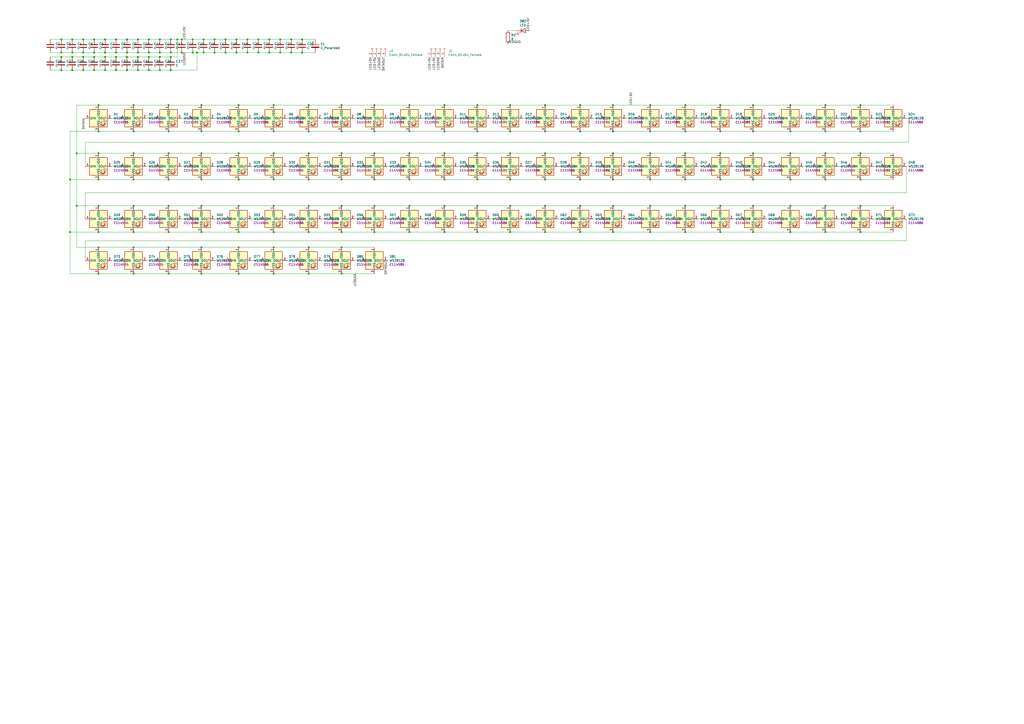
<source format=kicad_sch>
(kicad_sch (version 20211123) (generator eeschema)
  (paper "A2")
  (junction (at 478.79 88.9))
  (junction (at 257.81 134.62))
  (junction (at 92.71 22.86))
  (junction (at 499.11 60.96))
  (junction (at 217.17 119.38))
  (junction (at 35.56 33.02))
  (junction (at 99.06 30.48))
  (junction (at 478.79 119.38))
  (junction (at 116.84 104.14))
  (junction (at 48.26 22.86))
  (junction (at 179.07 88.9))
  (junction (at 276.86 60.96))
  (junction (at 417.83 60.96))
  (junction (at 158.75 134.62))
  (junction (at 40.64 104.14))
  (junction (at 54.61 22.86))
  (junction (at 198.12 104.14))
  (junction (at 499.11 88.9))
  (junction (at 316.23 88.9))
  (junction (at 138.43 119.38))
  (junction (at 295.91 119.38))
  (junction (at 179.07 104.14))
  (junction (at 198.12 134.62))
  (junction (at 499.11 76.2))
  (junction (at 158.75 143.51))
  (junction (at 86.36 33.02))
  (junction (at 86.36 30.48))
  (junction (at 86.36 40.64))
  (junction (at 41.91 33.02))
  (junction (at 295.91 88.9))
  (junction (at 316.23 104.14))
  (junction (at 97.79 158.75))
  (junction (at 179.07 158.75))
  (junction (at 57.15 143.51))
  (junction (at 116.84 134.62))
  (junction (at 162.56 22.86))
  (junction (at 102.87 22.86))
  (junction (at 97.79 88.9))
  (junction (at 397.51 104.14))
  (junction (at 355.6 104.14))
  (junction (at 295.91 76.2))
  (junction (at 92.71 30.48))
  (junction (at 377.19 76.2))
  (junction (at 377.19 134.62))
  (junction (at 217.17 104.14))
  (junction (at 158.75 158.75))
  (junction (at 138.43 143.51))
  (junction (at 40.64 134.62))
  (junction (at 237.49 104.14))
  (junction (at 67.31 30.48))
  (junction (at 436.88 76.2))
  (junction (at 48.26 40.64))
  (junction (at 149.86 22.86))
  (junction (at 257.81 60.96))
  (junction (at 138.43 76.2))
  (junction (at 116.84 143.51))
  (junction (at 77.47 60.96))
  (junction (at 77.47 134.62))
  (junction (at 130.81 22.86))
  (junction (at 73.66 33.02))
  (junction (at 116.84 88.9))
  (junction (at 417.83 104.14))
  (junction (at 118.11 22.86))
  (junction (at 458.47 88.9))
  (junction (at 198.12 119.38))
  (junction (at 436.88 134.62))
  (junction (at 77.47 88.9))
  (junction (at 417.83 88.9))
  (junction (at 168.91 30.48))
  (junction (at 377.19 119.38))
  (junction (at 124.46 22.86))
  (junction (at 295.91 104.14))
  (junction (at 417.83 134.62))
  (junction (at 436.88 104.14))
  (junction (at 276.86 119.38))
  (junction (at 97.79 104.14))
  (junction (at 138.43 88.9))
  (junction (at 436.88 60.96))
  (junction (at 179.07 134.62))
  (junction (at 499.11 104.14))
  (junction (at 397.51 119.38))
  (junction (at 257.81 119.38))
  (junction (at 397.51 134.62))
  (junction (at 116.84 119.38))
  (junction (at 73.66 40.64))
  (junction (at 316.23 134.62))
  (junction (at 397.51 88.9))
  (junction (at 217.17 76.2))
  (junction (at 67.31 33.02))
  (junction (at 44.45 88.9))
  (junction (at 198.12 60.96))
  (junction (at 41.91 30.48))
  (junction (at 57.15 104.14))
  (junction (at 179.07 60.96))
  (junction (at 377.19 104.14))
  (junction (at 458.47 104.14))
  (junction (at 168.91 22.86))
  (junction (at 257.81 76.2))
  (junction (at 175.26 30.48))
  (junction (at 138.43 158.75))
  (junction (at 60.96 30.48))
  (junction (at 458.47 134.62))
  (junction (at 54.61 40.64))
  (junction (at 114.3 30.48))
  (junction (at 436.88 119.38))
  (junction (at 73.66 30.48))
  (junction (at 436.88 88.9))
  (junction (at 137.16 30.48))
  (junction (at 316.23 60.96))
  (junction (at 336.55 76.2))
  (junction (at 377.19 88.9))
  (junction (at 458.47 60.96))
  (junction (at 111.76 22.86))
  (junction (at 138.43 134.62))
  (junction (at 41.91 40.64))
  (junction (at 198.12 76.2))
  (junction (at 57.15 60.96))
  (junction (at 478.79 104.14))
  (junction (at 92.71 40.64))
  (junction (at 97.79 76.2))
  (junction (at 237.49 119.38))
  (junction (at 417.83 119.38))
  (junction (at 118.11 30.48))
  (junction (at 86.36 22.86))
  (junction (at 60.96 40.64))
  (junction (at 276.86 134.62))
  (junction (at 124.46 30.48))
  (junction (at 217.17 60.96))
  (junction (at 80.01 33.02))
  (junction (at 478.79 60.96))
  (junction (at 158.75 104.14))
  (junction (at 57.15 76.2))
  (junction (at 417.83 76.2))
  (junction (at 111.76 30.48))
  (junction (at 97.79 60.96))
  (junction (at 198.12 143.51))
  (junction (at 99.06 22.86))
  (junction (at 276.86 104.14))
  (junction (at 48.26 30.48))
  (junction (at 276.86 76.2))
  (junction (at 179.07 119.38))
  (junction (at 295.91 60.96))
  (junction (at 355.6 134.62))
  (junction (at 80.01 30.48))
  (junction (at 77.47 119.38))
  (junction (at 54.61 33.02))
  (junction (at 41.91 22.86))
  (junction (at 138.43 104.14))
  (junction (at 137.16 22.86))
  (junction (at 162.56 30.48))
  (junction (at 97.79 143.51))
  (junction (at 60.96 33.02))
  (junction (at 73.66 22.86))
  (junction (at 336.55 60.96))
  (junction (at 355.6 119.38))
  (junction (at 116.84 76.2))
  (junction (at 97.79 134.62))
  (junction (at 77.47 143.51))
  (junction (at 116.84 158.75))
  (junction (at 276.86 88.9))
  (junction (at 458.47 119.38))
  (junction (at 158.75 119.38))
  (junction (at 35.56 22.86))
  (junction (at 336.55 119.38))
  (junction (at 156.21 30.48))
  (junction (at 316.23 76.2))
  (junction (at 130.81 30.48))
  (junction (at 336.55 88.9))
  (junction (at 217.17 134.62))
  (junction (at 80.01 22.86))
  (junction (at 237.49 88.9))
  (junction (at 237.49 134.62))
  (junction (at 499.11 119.38))
  (junction (at 138.43 60.96))
  (junction (at 44.45 119.38))
  (junction (at 80.01 40.64))
  (junction (at 237.49 76.2))
  (junction (at 57.15 158.75))
  (junction (at 499.11 134.62))
  (junction (at 175.26 22.86))
  (junction (at 158.75 76.2))
  (junction (at 35.56 40.64))
  (junction (at 99.06 40.64))
  (junction (at 158.75 60.96))
  (junction (at 478.79 76.2))
  (junction (at 57.15 88.9))
  (junction (at 316.23 119.38))
  (junction (at 179.07 143.51))
  (junction (at 143.51 22.86))
  (junction (at 336.55 104.14))
  (junction (at 237.49 60.96))
  (junction (at 105.41 22.86))
  (junction (at 179.07 76.2))
  (junction (at 149.86 30.48))
  (junction (at 54.61 30.48))
  (junction (at 57.15 119.38))
  (junction (at 355.6 88.9))
  (junction (at 198.12 158.75))
  (junction (at 397.51 60.96))
  (junction (at 158.75 88.9))
  (junction (at 99.06 33.02))
  (junction (at 60.96 22.86))
  (junction (at 92.71 33.02))
  (junction (at 67.31 22.86))
  (junction (at 35.56 30.48))
  (junction (at 97.79 119.38))
  (junction (at 336.55 134.62))
  (junction (at 77.47 104.14))
  (junction (at 143.51 30.48))
  (junction (at 217.17 88.9))
  (junction (at 377.19 60.96))
  (junction (at 257.81 88.9))
  (junction (at 105.41 30.48))
  (junction (at 478.79 134.62))
  (junction (at 355.6 60.96))
  (junction (at 156.21 22.86))
  (junction (at 198.12 88.9))
  (junction (at 257.81 104.14))
  (junction (at 77.47 76.2))
  (junction (at 458.47 76.2))
  (junction (at 67.31 40.64))
  (junction (at 355.6 76.2))
  (junction (at 116.84 60.96))
  (junction (at 57.15 134.62))
  (junction (at 77.47 158.75))
  (junction (at 295.91 134.62))
  (junction (at 397.51 76.2))
  (junction (at 48.26 33.02))
  (wire (pts (xy 276.86 60.96) (xy 295.91 60.96)))
  (wire (pts (xy 166.37 96.52) (xy 171.45 96.52)))
  (wire (pts (xy 40.64 134.62) (xy 40.64 104.14)))
  (wire (pts (xy 80.01 33.02) (xy 73.66 33.02)))
  (wire (pts (xy 97.79 88.9) (xy 116.84 88.9)))
  (wire (pts (xy 97.79 104.14) (xy 77.47 104.14)))
  (wire (pts (xy 405.13 96.52) (xy 410.21 96.52)))
  (wire (pts (xy 458.47 119.38) (xy 478.79 119.38)))
  (wire (pts (xy 105.41 96.52) (xy 109.22 96.52)))
  (wire (pts (xy 229.87 127) (xy 224.79 127)))
  (wire (pts (xy 308.61 127) (xy 303.53 127)))
  (wire (pts (xy 138.43 60.96) (xy 158.75 60.96)))
  (wire (pts (xy 510.54 68.58) (xy 506.73 68.58)))
  (wire (pts (xy 257.81 88.9) (xy 276.86 88.9)))
  (wire (pts (xy 168.91 30.48) (xy 175.26 30.48)))
  (wire (pts (xy 198.12 134.62) (xy 179.07 134.62)))
  (wire (pts (xy 116.84 119.38) (xy 138.43 119.38)))
  (wire (pts (xy 171.45 127) (xy 166.37 127)))
  (wire (pts (xy 105.41 30.48) (xy 111.76 30.48)))
  (wire (pts (xy 355.6 76.2) (xy 336.55 76.2)))
  (wire (pts (xy 77.47 119.38) (xy 97.79 119.38)))
  (wire (pts (xy 48.26 33.02) (xy 41.91 33.02)))
  (wire (pts (xy 377.19 88.9) (xy 397.51 88.9)))
  (wire (pts (xy 478.79 88.9) (xy 499.11 88.9)))
  (wire (pts (xy 397.51 88.9) (xy 417.83 88.9)))
  (wire (pts (xy 316.23 76.2) (xy 295.91 76.2)))
  (wire (pts (xy 295.91 104.14) (xy 276.86 104.14)))
  (wire (pts (xy 190.5 151.13) (xy 186.69 151.13)))
  (wire (pts (xy 518.16 104.14) (xy 499.11 104.14)))
  (wire (pts (xy 190.5 68.58) (xy 186.69 68.58)))
  (wire (pts (xy 97.79 119.38) (xy 116.84 119.38)))
  (wire (pts (xy 257.81 134.62) (xy 237.49 134.62)))
  (wire (pts (xy 237.49 76.2) (xy 217.17 76.2)))
  (wire (pts (xy 77.47 76.2) (xy 57.15 76.2)))
  (wire (pts (xy 347.98 68.58) (xy 344.17 68.58)))
  (wire (pts (xy 69.85 151.13) (xy 64.77 151.13)))
  (wire (pts (xy 499.11 76.2) (xy 478.79 76.2)))
  (wire (pts (xy 57.15 134.62) (xy 40.64 134.62)))
  (wire (pts (xy 336.55 104.14) (xy 316.23 104.14)))
  (wire (pts (xy 284.48 96.52) (xy 288.29 96.52)))
  (wire (pts (xy 60.96 40.64) (xy 67.31 40.64)))
  (wire (pts (xy 179.07 134.62) (xy 158.75 134.62)))
  (wire (pts (xy 73.66 22.86) (xy 67.31 22.86)))
  (wire (pts (xy 237.49 60.96) (xy 257.81 60.96)))
  (wire (pts (xy 138.43 158.75) (xy 158.75 158.75)))
  (wire (pts (xy 369.57 68.58) (xy 363.22 68.58)))
  (wire (pts (xy 436.88 88.9) (xy 458.47 88.9)))
  (wire (pts (xy 257.81 119.38) (xy 276.86 119.38)))
  (wire (pts (xy 48.26 22.86) (xy 41.91 22.86)))
  (wire (pts (xy 276.86 119.38) (xy 295.91 119.38)))
  (wire (pts (xy 99.06 33.02) (xy 92.71 33.02)))
  (wire (pts (xy 77.47 88.9) (xy 97.79 88.9)))
  (wire (pts (xy 158.75 88.9) (xy 179.07 88.9)))
  (wire (pts (xy 397.51 76.2) (xy 377.19 76.2)))
  (wire (pts (xy 92.71 33.02) (xy 86.36 33.02)))
  (wire (pts (xy 171.45 68.58) (xy 166.37 68.58)))
  (wire (pts (xy 116.84 134.62) (xy 97.79 134.62)))
  (wire (pts (xy 90.17 127) (xy 85.09 127)))
  (wire (pts (xy 29.21 30.48) (xy 35.56 30.48)))
  (wire (pts (xy 69.85 127) (xy 64.77 127)))
  (wire (pts (xy 344.17 96.52) (xy 347.98 96.52)))
  (wire (pts (xy 67.31 30.48) (xy 73.66 30.48)))
  (wire (pts (xy 478.79 60.96) (xy 499.11 60.96)))
  (wire (pts (xy 506.73 96.52) (xy 510.54 96.52)))
  (wire (pts (xy 73.66 33.02) (xy 67.31 33.02)))
  (wire (pts (xy 518.16 76.2) (xy 499.11 76.2)))
  (wire (pts (xy 499.11 134.62) (xy 478.79 134.62)))
  (wire (pts (xy 458.47 104.14) (xy 436.88 104.14)))
  (wire (pts (xy 85.09 96.52) (xy 90.17 96.52)))
  (wire (pts (xy 363.22 96.52) (xy 369.57 96.52)))
  (wire (pts (xy 80.01 30.48) (xy 86.36 30.48)))
  (wire (pts (xy 118.11 30.48) (xy 124.46 30.48)))
  (wire (pts (xy 67.31 22.86) (xy 60.96 22.86)))
  (wire (pts (xy 336.55 76.2) (xy 316.23 76.2)))
  (wire (pts (xy 355.6 119.38) (xy 377.19 119.38)))
  (wire (pts (xy 77.47 134.62) (xy 57.15 134.62)))
  (wire (pts (xy 102.87 33.02) (xy 99.06 33.02)))
  (wire (pts (xy 276.86 104.14) (xy 257.81 104.14)))
  (wire (pts (xy 436.88 119.38) (xy 458.47 119.38)))
  (wire (pts (xy 355.6 88.9) (xy 377.19 88.9)))
  (wire (pts (xy 397.51 119.38) (xy 417.83 119.38)))
  (wire (pts (xy 450.85 127) (xy 444.5 127)))
  (wire (pts (xy 417.83 119.38) (xy 436.88 119.38)))
  (wire (pts (xy 217.17 88.9) (xy 237.49 88.9)))
  (wire (pts (xy 143.51 22.86) (xy 137.16 22.86)))
  (wire (pts (xy 69.85 68.58) (xy 64.77 68.58)))
  (wire (pts (xy 198.12 143.51) (xy 179.07 143.51)))
  (wire (pts (xy 471.17 68.58) (xy 466.09 68.58)))
  (wire (pts (xy 205.74 96.52) (xy 209.55 96.52)))
  (wire (pts (xy 478.79 119.38) (xy 499.11 119.38)))
  (wire (pts (xy 429.26 127) (xy 425.45 127)))
  (wire (pts (xy 151.13 151.13) (xy 146.05 151.13)))
  (wire (pts (xy 224.79 96.52) (xy 229.87 96.52)))
  (wire (pts (xy 90.17 151.13) (xy 85.09 151.13)))
  (wire (pts (xy 44.45 60.96) (xy 44.45 88.9)))
  (wire (pts (xy 156.21 30.48) (xy 162.56 30.48)))
  (wire (pts (xy 158.75 134.62) (xy 138.43 134.62)))
  (wire (pts (xy 478.79 134.62) (xy 458.47 134.62)))
  (wire (pts (xy 111.76 22.86) (xy 105.41 22.86)))
  (wire (pts (xy 209.55 68.58) (xy 205.74 68.58)))
  (wire (pts (xy 316.23 88.9) (xy 336.55 88.9)))
  (wire (pts (xy 410.21 127) (xy 405.13 127)))
  (wire (pts (xy 499.11 119.38) (xy 518.16 119.38)))
  (wire (pts (xy 295.91 134.62) (xy 276.86 134.62)))
  (wire (pts (xy 138.43 134.62) (xy 116.84 134.62)))
  (wire (pts (xy 80.01 40.64) (xy 86.36 40.64)))
  (wire (pts (xy 92.71 40.64) (xy 99.06 40.64)))
  (wire (pts (xy 41.91 22.86) (xy 35.56 22.86)))
  (wire (pts (xy 269.24 127) (xy 265.43 127)))
  (wire (pts (xy 458.47 88.9) (xy 478.79 88.9)))
  (wire (pts (xy 179.07 76.2) (xy 158.75 76.2)))
  (wire (pts (xy 138.43 143.51) (xy 116.84 143.51)))
  (wire (pts (xy 48.26 40.64) (xy 54.61 40.64)))
  (wire (pts (xy 525.78 111.76) (xy 525.78 96.52)))
  (wire (pts (xy 114.3 30.48) (xy 118.11 30.48)))
  (wire (pts (xy 97.79 158.75) (xy 116.84 158.75)))
  (wire (pts (xy 175.26 22.86) (xy 168.91 22.86)))
  (wire (pts (xy 491.49 68.58) (xy 486.41 68.58)))
  (wire (pts (xy 217.17 134.62) (xy 198.12 134.62)))
  (wire (pts (xy 44.45 119.38) (xy 44.45 143.51)))
  (wire (pts (xy 499.11 104.14) (xy 478.79 104.14)))
  (wire (pts (xy 54.61 40.64) (xy 60.96 40.64)))
  (wire (pts (xy 295.91 88.9) (xy 316.23 88.9)))
  (wire (pts (xy 179.07 88.9) (xy 198.12 88.9)))
  (wire (pts (xy 328.93 127) (xy 323.85 127)))
  (wire (pts (xy 436.88 60.96) (xy 458.47 60.96)))
  (wire (pts (xy 158.75 119.38) (xy 179.07 119.38)))
  (wire (pts (xy 288.29 127) (xy 284.48 127)))
  (wire (pts (xy 77.47 60.96) (xy 97.79 60.96)))
  (wire (pts (xy 64.77 96.52) (xy 69.85 96.52)))
  (wire (pts (xy 328.93 68.58) (xy 323.85 68.58)))
  (wire (pts (xy 198.12 158.75) (xy 217.17 158.75)))
  (wire (pts (xy 417.83 134.62) (xy 397.51 134.62)))
  (wire (pts (xy 389.89 127) (xy 384.81 127)))
  (wire (pts (xy 49.53 111.76) (xy 525.78 111.76)))
  (wire (pts (xy 35.56 22.86) (xy 29.21 22.86)))
  (wire (pts (xy 209.55 127) (xy 205.74 127)))
  (wire (pts (xy 198.12 119.38) (xy 217.17 119.38)))
  (wire (pts (xy 417.83 88.9) (xy 436.88 88.9)))
  (wire (pts (xy 92.71 30.48) (xy 99.06 30.48)))
  (wire (pts (xy 130.81 68.58) (xy 124.46 68.58)))
  (wire (pts (xy 499.11 60.96) (xy 518.16 60.96)))
  (wire (pts (xy 397.51 134.62) (xy 377.19 134.62)))
  (wire (pts (xy 111.76 30.48) (xy 114.3 30.48)))
  (wire (pts (xy 67.31 33.02) (xy 60.96 33.02)))
  (wire (pts (xy 162.56 30.48) (xy 168.91 30.48)))
  (wire (pts (xy 77.47 104.14) (xy 57.15 104.14)))
  (wire (pts (xy 336.55 134.62) (xy 316.23 134.62)))
  (wire (pts (xy 518.16 134.62) (xy 499.11 134.62)))
  (wire (pts (xy 527.05 82.55) (xy 49.53 82.55)))
  (wire (pts (xy 323.85 96.52) (xy 328.93 96.52)))
  (wire (pts (xy 57.15 104.14) (xy 40.64 104.14)))
  (wire (pts (xy 105.41 22.86) (xy 102.87 22.86)))
  (wire (pts (xy 491.49 127) (xy 486.41 127)))
  (wire (pts (xy 295.91 119.38) (xy 316.23 119.38)))
  (wire (pts (xy 41.91 33.02) (xy 35.56 33.02)))
  (wire (pts (xy 116.84 143.51) (xy 97.79 143.51)))
  (wire (pts (xy 355.6 60.96) (xy 377.19 60.96)))
  (wire (pts (xy 237.49 119.38) (xy 257.81 119.38)))
  (wire (pts (xy 299.72 17.78) (xy 294.64 17.78)))
  (wire (pts (xy 466.09 96.52) (xy 471.17 96.52)))
  (wire (pts (xy 336.55 60.96) (xy 355.6 60.96)))
  (wire (pts (xy 35.56 40.64) (xy 41.91 40.64)))
  (wire (pts (xy 124.46 30.48) (xy 130.81 30.48)))
  (wire (pts (xy 510.54 127) (xy 506.73 127)))
  (wire (pts (xy 40.64 158.75) (xy 40.64 134.62)))
  (wire (pts (xy 316.23 60.96) (xy 336.55 60.96)))
  (wire (pts (xy 425.45 96.52) (xy 429.26 96.52)))
  (wire (pts (xy 44.45 143.51) (xy 57.15 143.51)))
  (wire (pts (xy 130.81 127) (xy 124.46 127)))
  (wire (pts (xy 60.96 33.02) (xy 54.61 33.02)))
  (wire (pts (xy 316.23 104.14) (xy 295.91 104.14)))
  (wire (pts (xy 527.05 68.58) (xy 527.05 82.55)))
  (wire (pts (xy 44.45 119.38) (xy 44.45 88.9)))
  (wire (pts (xy 143.51 30.48) (xy 149.86 30.48)))
  (wire (pts (xy 171.45 151.13) (xy 166.37 151.13)))
  (wire (pts (xy 179.07 143.51) (xy 158.75 143.51)))
  (wire (pts (xy 54.61 22.86) (xy 48.26 22.86)))
  (wire (pts (xy 198.12 76.2) (xy 179.07 76.2)))
  (wire (pts (xy 97.79 60.96) (xy 116.84 60.96)))
  (wire (pts (xy 35.56 33.02) (xy 29.21 33.02)))
  (wire (pts (xy 303.53 96.52) (xy 308.61 96.52)))
  (wire (pts (xy 116.84 158.75) (xy 138.43 158.75)))
  (wire (pts (xy 151.13 68.58) (xy 146.05 68.58)))
  (wire (pts (xy 138.43 76.2) (xy 116.84 76.2)))
  (wire (pts (xy 49.53 82.55) (xy 49.53 96.52)))
  (wire (pts (xy 316.23 134.62) (xy 295.91 134.62)))
  (wire (pts (xy 41.91 40.64) (xy 48.26 40.64)))
  (wire (pts (xy 158.75 60.96) (xy 179.07 60.96)))
  (wire (pts (xy 99.06 22.86) (xy 92.71 22.86)))
  (wire (pts (xy 429.26 68.58) (xy 425.45 68.58)))
  (wire (pts (xy 80.01 22.86) (xy 73.66 22.86)))
  (wire (pts (xy 336.55 119.38) (xy 355.6 119.38)))
  (wire (pts (xy 57.15 158.75) (xy 40.64 158.75)))
  (wire (pts (xy 257.81 104.14) (xy 237.49 104.14)))
  (wire (pts (xy 57.15 119.38) (xy 77.47 119.38)))
  (wire (pts (xy 109.22 127) (xy 105.41 127)))
  (wire (pts (xy 40.64 104.14) (xy 40.64 76.2)))
  (wire (pts (xy 124.46 96.52) (xy 130.81 96.52)))
  (wire (pts (xy 478.79 104.14) (xy 458.47 104.14)))
  (wire (pts (xy 158.75 158.75) (xy 179.07 158.75)))
  (wire (pts (xy 316.23 119.38) (xy 336.55 119.38)))
  (wire (pts (xy 347.98 127) (xy 344.17 127)))
  (wire (pts (xy 116.84 104.14) (xy 97.79 104.14)))
  (wire (pts (xy 44.45 88.9) (xy 57.15 88.9)))
  (wire (pts (xy 175.26 30.48) (xy 182.88 30.48)))
  (wire (pts (xy 450.85 68.58) (xy 444.5 68.58)))
  (wire (pts (xy 57.15 88.9) (xy 77.47 88.9)))
  (wire (pts (xy 295.91 76.2) (xy 276.86 76.2)))
  (wire (pts (xy 295.91 60.96) (xy 316.23 60.96)))
  (wire (pts (xy 417.83 76.2) (xy 397.51 76.2)))
  (wire (pts (xy 257.81 60.96) (xy 276.86 60.96)))
  (wire (pts (xy 102.87 33.02) (xy 102.87 22.86)))
  (wire (pts (xy 151.13 127) (xy 146.05 127)))
  (wire (pts (xy 486.41 96.52) (xy 491.49 96.52)))
  (wire (pts (xy 355.6 134.62) (xy 336.55 134.62)))
  (wire (pts (xy 237.49 88.9) (xy 257.81 88.9)))
  (wire (pts (xy 179.07 104.14) (xy 158.75 104.14)))
  (wire (pts (xy 186.69 96.52) (xy 190.5 96.52)))
  (wire (pts (xy 49.53 127) (xy 49.53 111.76)))
  (wire (pts (xy 156.21 22.86) (xy 149.86 22.86)))
  (wire (pts (xy 48.26 30.48) (xy 54.61 30.48)))
  (wire (pts (xy 57.15 60.96) (xy 44.45 60.96)))
  (wire (pts (xy 308.61 68.58) (xy 303.53 68.58)))
  (wire (pts (xy 102.87 22.86) (xy 99.06 22.86)))
  (wire (pts (xy 377.19 134.62) (xy 355.6 134.62)))
  (wire (pts (xy 92.71 22.86) (xy 86.36 22.86)))
  (wire (pts (xy 198.12 60.96) (xy 217.17 60.96)))
  (wire (pts (xy 458.47 76.2) (xy 436.88 76.2)))
  (wire (pts (xy 417.83 60.96) (xy 436.88 60.96)))
  (wire (pts (xy 158.75 76.2) (xy 138.43 76.2)))
  (wire (pts (xy 179.07 158.75) (xy 198.12 158.75)))
  (wire (pts (xy 288.29 68.58) (xy 284.48 68.58)))
  (wire (pts (xy 369.57 127) (xy 363.22 127)))
  (wire (pts (xy 410.21 68.58) (xy 405.13 68.58)))
  (wire (pts (xy 377.19 119.38) (xy 397.51 119.38)))
  (wire (pts (xy 198.12 88.9) (xy 217.17 88.9)))
  (wire (pts (xy 130.81 22.86) (xy 124.46 22.86)))
  (wire (pts (xy 237.49 134.62) (xy 217.17 134.62)))
  (wire (pts (xy 384.81 96.52) (xy 389.89 96.52)))
  (wire (pts (xy 60.96 22.86) (xy 54.61 22.86)))
  (wire (pts (xy 149.86 22.86) (xy 143.51 22.86)))
  (wire (pts (xy 67.31 40.64) (xy 73.66 40.64)))
  (wire (pts (xy 114.3 40.64) (xy 114.3 30.48)))
  (wire (pts (xy 276.86 134.62) (xy 257.81 134.62)))
  (wire (pts (xy 146.05 96.52) (xy 151.13 96.52)))
  (wire (pts (xy 97.79 134.62) (xy 77.47 134.62)))
  (wire (pts (xy 54.61 33.02) (xy 48.26 33.02)))
  (wire (pts (xy 99.06 40.64) (xy 114.3 40.64)))
  (wire (pts (xy 525.78 127) (xy 525.78 139.7)))
  (wire (pts (xy 209.55 151.13) (xy 205.74 151.13)))
  (wire (pts (xy 458.47 134.62) (xy 436.88 134.62)))
  (wire (pts (xy 168.91 22.86) (xy 162.56 22.86)))
  (wire (pts (xy 118.11 22.86) (xy 111.76 22.86)))
  (wire (pts (xy 179.07 60.96) (xy 198.12 60.96)))
  (wire (pts (xy 86.36 33.02) (xy 80.01 33.02)))
  (wire (pts (xy 527.05 68.58) (xy 525.78 68.58)))
  (wire (pts (xy 389.89 68.58) (xy 384.81 68.58)))
  (wire (pts (xy 137.16 30.48) (xy 143.51 30.48)))
  (wire (pts (xy 257.81 76.2) (xy 237.49 76.2)))
  (wire (pts (xy 29.21 40.64) (xy 35.56 40.64)))
  (wire (pts (xy 158.75 104.14) (xy 138.43 104.14)))
  (wire (pts (xy 90.17 68.58) (xy 85.09 68.58)))
  (wire (pts (xy 73.66 30.48) (xy 80.01 30.48)))
  (wire (pts (xy 436.88 134.62) (xy 417.83 134.62)))
  (wire (pts (xy 229.87 68.58) (xy 224.79 68.58)))
  (wire (pts (xy 336.55 88.9) (xy 355.6 88.9)))
  (wire (pts (xy 250.19 127) (xy 245.11 127)))
  (wire (pts (xy 124.46 22.86) (xy 118.11 22.86)))
  (wire (pts (xy 54.61 30.48) (xy 60.96 30.48)))
  (wire (pts (xy 217.17 76.2) (xy 198.12 76.2)))
  (wire (pts (xy 179.07 119.38) (xy 198.12 119.38)))
  (wire (pts (xy 276.86 76.2) (xy 257.81 76.2)))
  (wire (pts (xy 397.51 60.96) (xy 417.83 60.96)))
  (wire (pts (xy 99.06 30.48) (xy 105.41 30.48)))
  (wire (pts (xy 138.43 119.38) (xy 158.75 119.38)))
  (wire (pts (xy 355.6 104.14) (xy 336.55 104.14)))
  (wire (pts (xy 57.15 60.96) (xy 77.47 60.96)))
  (wire (pts (xy 97.79 76.2) (xy 77.47 76.2)))
  (wire (pts (xy 158.75 143.51) (xy 138.43 143.51)))
  (wire (pts (xy 109.22 68.58) (xy 105.41 68.58)))
  (wire (pts (xy 86.36 40.64) (xy 92.71 40.64)))
  (wire (pts (xy 237.49 104.14) (xy 217.17 104.14)))
  (wire (pts (xy 499.11 88.9) (xy 518.16 88.9)))
  (wire (pts (xy 276.86 88.9) (xy 295.91 88.9)))
  (wire (pts (xy 217.17 143.51) (xy 198.12 143.51)))
  (wire (pts (xy 73.66 40.64) (xy 80.01 40.64)))
  (wire (pts (xy 217.17 104.14) (xy 198.12 104.14)))
  (wire (pts (xy 116.84 76.2) (xy 97.79 76.2)))
  (wire (pts (xy 265.43 96.52) (xy 269.24 96.52)))
  (wire (pts (xy 458.47 60.96) (xy 478.79 60.96)))
  (wire (pts (xy 116.84 60.96) (xy 138.43 60.96)))
  (wire (pts (xy 41.91 30.48) (xy 48.26 30.48)))
  (wire (pts (xy 525.78 139.7) (xy 49.53 139.7)))
  (wire (pts (xy 198.12 104.14) (xy 179.07 104.14)))
  (wire (pts (xy 417.83 104.14) (xy 397.51 104.14)))
  (wire (pts (xy 86.36 22.86) (xy 80.01 22.86)))
  (wire (pts (xy 77.47 143.51) (xy 57.15 143.51)))
  (wire (pts (xy 269.24 68.58) (xy 265.43 68.58)))
  (wire (pts (xy 397.51 104.14) (xy 377.19 104.14)))
  (wire (pts (xy 377.19 76.2) (xy 355.6 76.2)))
  (wire (pts (xy 137.16 22.86) (xy 130.81 22.86)))
  (wire (pts (xy 217.17 60.96) (xy 237.49 60.96)))
  (wire (pts (xy 149.86 30.48) (xy 156.21 30.48)))
  (wire (pts (xy 138.43 104.14) (xy 116.84 104.14)))
  (wire (pts (xy 138.43 88.9) (xy 158.75 88.9)))
  (wire (pts (xy 245.11 96.52) (xy 250.19 96.52)))
  (wire (pts (xy 40.64 76.2) (xy 57.15 76.2)))
  (wire (pts (xy 60.96 30.48) (xy 67.31 30.48)))
  (wire (pts (xy 471.17 127) (xy 466.09 127)))
  (wire (pts (xy 377.19 104.14) (xy 355.6 104.14)))
  (wire (pts (xy 250.19 68.58) (xy 245.11 68.58)))
  (wire (pts (xy 377.19 60.96) (xy 397.51 60.96)))
  (wire (pts (xy 130.81 151.13) (xy 124.46 151.13)))
  (wire (pts (xy 57.15 119.38) (xy 44.45 119.38)))
  (wire (pts (xy 436.88 104.14) (xy 417.83 104.14)))
  (wire (pts (xy 57.15 158.75) (xy 77.47 158.75)))
  (wire (pts (xy 49.53 139.7) (xy 49.53 151.13)))
  (wire (pts (xy 86.36 30.48) (xy 92.71 30.48)))
  (wire (pts (xy 436.88 76.2) (xy 417.83 76.2)))
  (wire (pts (xy 217.17 119.38) (xy 237.49 119.38)))
  (wire (pts (xy 162.56 22.86) (xy 156.21 22.86)))
  (wire (pts (xy 444.5 96.52) (xy 450.85 96.52)))
  (wire (pts (xy 116.84 88.9) (xy 138.43 88.9)))
  (wire (pts (xy 130.81 30.48) (xy 137.16 30.48)))
  (wire (pts (xy 97.79 143.51) (xy 77.47 143.51)))
  (wire (pts (xy 190.5 127) (xy 186.69 127)))
  (wire (pts (xy 182.88 22.86) (xy 175.26 22.86)))
  (wire (pts (xy 77.47 158.75) (xy 97.79 158.75)))
  (wire (pts (xy 478.79 76.2) (xy 458.47 76.2)))
  (wire (pts (xy 35.56 30.48) (xy 41.91 30.48)))
  (wire (pts (xy 109.22 151.13) (xy 105.41 151.13)))
  (label "DATAIN" (at 49.53 68.58 270))
  (label "LED+5V" (at 218.44 33.02 270))
  (label "LEDGND" (at 207.01 158.75 270))
  (label "DATAOUT" (at 224.79 151.13 270))
  (label "LEDGND" (at 220.98 33.02 270))
  (label "LED+5V" (at 367.03 60.96 90))
  (label "DATAOUT" (at 223.52 33.02 270))
  (label "DATAIN" (at 257.81 33.02 270))
  (label "LEDGND" (at 294.64 25.4 0))
  (label "LED+5V" (at 307.34 17.78 90))
  (label "LED+5V" (at 250.19 33.02 270))
  (label "LEDGND" (at 255.27 33.02 270))
  (label "LED+5V" (at 215.9 33.02 270))
  (label "LED+5V" (at 252.73 33.02 270))
  (label "LEDGND" (at 107.95 30.48 270))
  (label "LED+5V" (at 107.95 22.86 90))
  (symbol (lib_id "Device:C") (at 29.21 26.67 0) (unit 1)
    (property "Reference" "C2" (at 32.131 25.5016 0) (effects (justify left)))
    (property "Value" "C" (at 32.131 27.813 0) (effects (justify left)))
    (property "Footprint" "OH_Footprints:C_0603_1608Metric" (effects hide))
  )
  (symbol (lib_id "Device:C") (at 35.56 26.67 0) (unit 1)
    (property "Reference" "C3" (at 38.481 25.5016 0) (effects (justify left)))
    (property "Value" "C" (at 38.481 27.813 0) (effects (justify left)))
    (property "Footprint" "OH_Footprints:C_0603_1608Metric" (effects hide))
  )
  (symbol (lib_id "Device:C") (at 41.91 26.67 0) (unit 1)
    (property "Reference" "C4" (at 44.831 25.5016 0) (effects (justify left)))
    (property "Value" "C" (at 44.831 27.813 0) (effects (justify left)))
    (property "Footprint" "OH_Footprints:C_0603_1608Metric" (effects hide))
  )
  (symbol (lib_id "Device:C") (at 48.26 26.67 0) (unit 1)
    (property "Reference" "C5" (at 51.181 25.5016 0) (effects (justify left)))
    (property "Value" "C" (at 51.181 27.813 0) (effects (justify left)))
    (property "Footprint" "OH_Footprints:C_0603_1608Metric" (effects hide))
  )
  (symbol (lib_id "Device:C") (at 54.61 26.67 0) (unit 1)
    (property "Reference" "C6" (at 57.531 25.5016 0) (effects (justify left)))
    (property "Value" "C" (at 57.531 27.813 0) (effects (justify left)))
    (property "Footprint" "OH_Footprints:C_0603_1608Metric" (effects hide))
  )
  (symbol (lib_id "Device:C") (at 60.96 26.67 0) (unit 1)
    (property "Reference" "C7" (at 63.881 25.5016 0) (effects (justify left)))
    (property "Value" "C" (at 63.881 27.813 0) (effects (justify left)))
    (property "Footprint" "OH_Footprints:C_0603_1608Metric" (effects hide))
  )
  (symbol (lib_id "Device:C") (at 67.31 26.67 0) (unit 1)
    (property "Reference" "C8" (at 70.231 25.5016 0) (effects (justify left)))
    (property "Value" "C" (at 70.231 27.813 0) (effects (justify left)))
    (property "Footprint" "OH_Footprints:C_0603_1608Metric" (effects hide))
  )
  (symbol (lib_id "Device:C") (at 73.66 26.67 0) (unit 1)
    (property "Reference" "C9" (at 76.581 25.5016 0) (effects (justify left)))
    (property "Value" "C" (at 76.581 27.813 0) (effects (justify left)))
    (property "Footprint" "OH_Footprints:C_0603_1608Metric" (effects hide))
  )
  (symbol (lib_id "Device:C") (at 80.01 26.67 0) (unit 1)
    (property "Reference" "C10" (at 82.931 25.5016 0) (effects (justify left)))
    (property "Value" "C" (at 82.931 27.813 0) (effects (justify left)))
    (property "Footprint" "OH_Footprints:C_0603_1608Metric" (effects hide))
  )
  (symbol (lib_id "Device:C") (at 86.36 26.67 0) (unit 1)
    (property "Reference" "C11" (at 89.281 25.5016 0) (effects (justify left)))
    (property "Value" "C" (at 89.281 27.813 0) (effects (justify left)))
    (property "Footprint" "OH_Footprints:C_0603_1608Metric" (effects hide))
  )
  (symbol (lib_id "Device:C") (at 92.71 26.67 0) (unit 1)
    (property "Reference" "C12" (at 95.631 25.5016 0) (effects (justify left)))
    (property "Value" "C" (at 95.631 27.813 0) (effects (justify left)))
    (property "Footprint" "OH_Footprints:C_0603_1608Metric" (effects hide))
  )
  (symbol (lib_id "Device:C") (at 99.06 26.67 0) (unit 1)
    (property "Reference" "C13" (at 101.981 25.5016 0) (effects (justify left)))
    (property "Value" "C" (at 101.981 27.813 0) (effects (justify left)))
    (property "Footprint" "OH_Footprints:C_0603_1608Metric" (effects hide))
  )
  (symbol (lib_id "Device:C") (at 105.41 26.67 0) (unit 1)
    (property "Reference" "C14" (at 108.331 25.5016 0) (effects (justify left)))
    (property "Value" "C" (at 108.331 27.813 0) (effects (justify left)))
    (property "Footprint" "OH_Footprints:C_0603_1608Metric" (effects hide))
  )
  (symbol (lib_id "Device:C") (at 111.76 26.67 0) (unit 1)
    (property "Reference" "C15" (at 114.681 25.5016 0) (effects (justify left)))
    (property "Value" "C" (at 114.681 27.813 0) (effects (justify left)))
    (property "Footprint" "OH_Footprints:C_0603_1608Metric" (effects hide))
  )
  (symbol (lib_id "Device:C") (at 118.11 26.67 0) (unit 1)
    (property "Reference" "C16" (at 121.031 25.5016 0) (effects (justify left)))
    (property "Value" "C" (at 121.031 27.813 0) (effects (justify left)))
    (property "Footprint" "OH_Footprints:C_0603_1608Metric" (effects hide))
  )
  (symbol (lib_id "Device:C") (at 124.46 26.67 0) (unit 1)
    (property "Reference" "C17" (at 127.381 25.5016 0) (effects (justify left)))
    (property "Value" "C" (at 127.381 27.813 0) (effects (justify left)))
    (property "Footprint" "OH_Footprints:C_0603_1608Metric" (effects hide))
  )
  (symbol (lib_id "Device:C") (at 130.81 26.67 0) (unit 1)
    (property "Reference" "C18" (at 133.731 25.5016 0) (effects (justify left)))
    (property "Value" "C" (at 133.731 27.813 0) (effects (justify left)))
    (property "Footprint" "OH_Footprints:C_0603_1608Metric" (effects hide))
  )
  (symbol (lib_id "Device:C") (at 137.16 26.67 0) (unit 1)
    (property "Reference" "C19" (at 140.081 25.5016 0) (effects (justify left)))
    (property "Value" "C" (at 140.081 27.813 0) (effects (justify left)))
    (property "Footprint" "OH_Footprints:C_0603_1608Metric" (effects hide))
  )
  (symbol (lib_id "Device:C") (at 143.51 26.67 0) (unit 1)
    (property "Reference" "C20" (at 146.431 25.5016 0) (effects (justify left)))
    (property "Value" "C" (at 146.431 27.813 0) (effects (justify left)))
    (property "Footprint" "OH_Footprints:C_0603_1608Metric" (effects hide))
  )
  (symbol (lib_id "Device:C") (at 149.86 26.67 0) (unit 1)
    (property "Reference" "C21" (at 152.781 25.5016 0) (effects (justify left)))
    (property "Value" "C" (at 152.781 27.813 0) (effects (justify left)))
    (property "Footprint" "OH_Footprints:C_0603_1608Metric" (effects hide))
  )
  (symbol (lib_id "Device:C") (at 156.21 26.67 0) (unit 1)
    (property "Reference" "C22" (at 159.131 25.5016 0) (effects (justify left)))
    (property "Value" "C" (at 159.131 27.813 0) (effects (justify left)))
    (property "Footprint" "OH_Footprints:C_0603_1608Metric" (effects hide))
  )
  (symbol (lib_id "Device:C") (at 162.56 26.67 0) (unit 1)
    (property "Reference" "C23" (at 165.481 25.5016 0) (effects (justify left)))
    (property "Value" "C" (at 165.481 27.813 0) (effects (justify left)))
    (property "Footprint" "OH_Footprints:C_0603_1608Metric" (effects hide))
  )
  (symbol (lib_id "Device:C") (at 168.91 26.67 0) (unit 1)
    (property "Reference" "C24" (at 171.831 25.5016 0) (effects (justify left)))
    (property "Value" "C" (at 171.831 27.813 0) (effects (justify left)))
    (property "Footprint" "OH_Footprints:C_0603_1608Metric" (effects hide))
  )
  (symbol (lib_id "Device:C") (at 175.26 26.67 0) (unit 1)
    (property "Reference" "C25" (at 178.181 25.5016 0) (effects (justify left)))
    (property "Value" "C" (at 178.181 27.813 0) (effects (justify left)))
    (property "Footprint" "OH_Footprints:C_0603_1608Metric" (effects hide))
  )
  (symbol (lib_id "Device:C_Polarized") (at 182.88 26.67 0) (unit 1)
    (property "Reference" "C1" (at 185.8772 25.5016 0) (effects (justify left)))
    (property "Value" "C_Polarized" (at 185.8772 27.813 0) (effects (justify left)))
    (property "Footprint" "OH_Footprints:CP_Elec_8x10" (effects hide))
  )
  (symbol (lib_id "Device:R") (at 294.64 21.59 0) (unit 1)
    (property "Reference" "R1" (at 296.418 20.4216 0) (effects (justify left)))
    (property "Value" "R" (at 296.418 22.733 0) (effects (justify left)))
    (property "Footprint" "OH_Footprints:R_0603_1608Metric" (effects hide))
  )
  (symbol (lib_id "Device:LED") (at 303.53 17.78 0) (unit 1)
    (property "Reference" "D82" (at 303.3522 12.2682 0))
    (property "Value" "LED" (at 303.3522 14.5796 0))
    (property "Footprint" "OH_Footprints:LED_D3.0mm" (effects hide))
  )
  (symbol (lib_id "Device:C") (at 29.21 36.83 0) (unit 1)
    (property "Reference" "C26" (at 32.131 35.6616 0) (effects (justify left)))
    (property "Value" "C" (at 32.131 37.973 0) (effects (justify left)))
    (property "Footprint" "OH_Footprints:C_0603_1608Metric" (effects hide))
  )
  (symbol (lib_id "Device:C") (at 35.56 36.83 0) (unit 1)
    (property "Reference" "C27" (at 38.481 35.6616 0) (effects (justify left)))
    (property "Value" "C" (at 38.481 37.973 0) (effects (justify left)))
    (property "Footprint" "OH_Footprints:C_0603_1608Metric" (effects hide))
  )
  (symbol (lib_id "Device:C") (at 41.91 36.83 0) (unit 1)
    (property "Reference" "C28" (at 44.831 35.6616 0) (effects (justify left)))
    (property "Value" "C" (at 44.831 37.973 0) (effects (justify left)))
    (property "Footprint" "OH_Footprints:C_0603_1608Metric" (effects hide))
  )
  (symbol (lib_id "Device:C") (at 48.26 36.83 0) (unit 1)
    (property "Reference" "C29" (at 51.181 35.6616 0) (effects (justify left)))
    (property "Value" "C" (at 51.181 37.973 0) (effects (justify left)))
    (property "Footprint" "OH_Footprints:C_0603_1608Metric" (effects hide))
  )
  (symbol (lib_id "Device:C") (at 54.61 36.83 0) (unit 1)
    (property "Reference" "C30" (at 57.531 35.6616 0) (effects (justify left)))
    (property "Value" "C" (at 57.531 37.973 0) (effects (justify left)))
    (property "Footprint" "OH_Footprints:C_0603_1608Metric" (effects hide))
  )
  (symbol (lib_id "Device:C") (at 60.96 36.83 0) (unit 1)
    (property "Reference" "C31" (at 63.881 35.6616 0) (effects (justify left)))
    (property "Value" "C" (at 63.881 37.973 0) (effects (justify left)))
    (property "Footprint" "OH_Footprints:C_0603_1608Metric" (effects hide))
  )
  (symbol (lib_id "Device:C") (at 67.31 36.83 0) (unit 1)
    (property "Reference" "C32" (at 70.231 35.6616 0) (effects (justify left)))
    (property "Value" "C" (at 70.231 37.973 0) (effects (justify left)))
    (property "Footprint" "OH_Footprints:C_0603_1608Metric" (effects hide))
  )
  (symbol (lib_id "Device:C") (at 73.66 36.83 0) (unit 1)
    (property "Reference" "C33" (at 76.581 35.6616 0) (effects (justify left)))
    (property "Value" "C" (at 76.581 37.973 0) (effects (justify left)))
    (property "Footprint" "OH_Footprints:C_0603_1608Metric" (effects hide))
  )
  (symbol (lib_id "Device:C") (at 80.01 36.83 0) (unit 1)
    (property "Reference" "C34" (at 82.931 35.6616 0) (effects (justify left)))
    (property "Value" "C" (at 82.931 37.973 0) (effects (justify left)))
    (property "Footprint" "OH_Footprints:C_0603_1608Metric" (effects hide))
  )
  (symbol (lib_id "Device:C") (at 86.36 36.83 0) (unit 1)
    (property "Reference" "C35" (at 89.281 35.6616 0) (effects (justify left)))
    (property "Value" "C" (at 89.281 37.973 0) (effects (justify left)))
    (property "Footprint" "OH_Footprints:C_0603_1608Metric" (effects hide))
  )
  (symbol (lib_id "Device:C") (at 92.71 36.83 0) (unit 1)
    (property "Reference" "C36" (at 95.631 35.6616 0) (effects (justify left)))
    (property "Value" "C" (at 95.631 37.973 0) (effects (justify left)))
    (property "Footprint" "OH_Footprints:C_0603_1608Metric" (effects hide))
  )
  (symbol (lib_id "Device:C") (at 99.06 36.83 0) (unit 1)
    (property "Reference" "C37" (at 101.981 35.6616 0) (effects (justify left)))
    (property "Value" "C" (at 101.981 37.973 0) (effects (justify left)))
    (property "Footprint" "OH_Footprints:C_0603_1608Metric" (effects hide))
  )
  (symbol (lib_id "LED:WS2812B") (at 57.15 68.58 0) (unit 1)
    (property "Reference" "D1" (at 65.8876 66.2686 0) (effects (justify left)))
    (property "Value" "WS2812B" (at 65.8876 68.58 0) (effects (justify left)))
    (property "Footprint" "OH_Footprints:LED_WS2812B_PLCC4_5.0x5.0mm_P3.2mm" (effects hide))
    (property "Datasheet" "https://cdn-shop.adafruit.com/datasheets/WS2812B.pdf" (effects hide))
    (property "LCSC Part Number" "C114586" (at 65.8876 70.8914 0) (effects (justify left)))
  )
  (symbol (lib_id "LED:WS2812B") (at 77.47 68.58 0) (unit 1)
    (property "Reference" "D2" (at 86.2076 66.2686 0) (effects (justify left)))
    (property "Value" "WS2812B" (at 86.2076 68.58 0) (effects (justify left)))
    (property "Footprint" "OH_Footprints:LED_WS2812B_PLCC4_5.0x5.0mm_P3.2mm" (effects hide))
    (property "Datasheet" "https://cdn-shop.adafruit.com/datasheets/WS2812B.pdf" (effects hide))
    (property "LCSC Part Number" "C114586" (at 86.2076 70.8914 0) (effects (justify left)))
  )
  (symbol (lib_id "LED:WS2812B") (at 97.79 68.58 0) (unit 1)
    (property "Reference" "D3" (at 106.5276 66.2686 0) (effects (justify left)))
    (property "Value" "WS2812B" (at 106.5276 68.58 0) (effects (justify left)))
    (property "Footprint" "OH_Footprints:LED_WS2812B_PLCC4_5.0x5.0mm_P3.2mm" (effects hide))
    (property "Datasheet" "https://cdn-shop.adafruit.com/datasheets/WS2812B.pdf" (effects hide))
    (property "LCSC Part Number" "C114586" (at 106.5276 70.8914 0) (effects (justify left)))
  )
  (symbol (lib_id "LED:WS2812B") (at 116.84 68.58 0) (unit 1)
    (property "Reference" "D4" (at 125.5776 66.2686 0) (effects (justify left)))
    (property "Value" "WS2812B" (at 125.5776 68.58 0) (effects (justify left)))
    (property "Footprint" "OH_Footprints:LED_WS2812B_PLCC4_5.0x5.0mm_P3.2mm" (effects hide))
    (property "Datasheet" "https://cdn-shop.adafruit.com/datasheets/WS2812B.pdf" (effects hide))
    (property "LCSC Part Number" "C114586" (at 125.5776 70.8914 0) (effects (justify left)))
  )
  (symbol (lib_id "LED:WS2812B") (at 138.43 68.58 0) (unit 1)
    (property "Reference" "D5" (at 147.1676 66.2686 0) (effects (justify left)))
    (property "Value" "WS2812B" (at 147.1676 68.58 0) (effects (justify left)))
    (property "Footprint" "OH_Footprints:LED_WS2812B_PLCC4_5.0x5.0mm_P3.2mm" (effects hide))
    (property "Datasheet" "https://cdn-shop.adafruit.com/datasheets/WS2812B.pdf" (effects hide))
    (property "LCSC Part Number" "C114586" (at 147.1676 70.8914 0) (effects (justify left)))
  )
  (symbol (lib_id "LED:WS2812B") (at 158.75 68.58 0) (unit 1)
    (property "Reference" "D6" (at 167.4876 66.2686 0) (effects (justify left)))
    (property "Value" "WS2812B" (at 167.4876 68.58 0) (effects (justify left)))
    (property "Footprint" "OH_Footprints:LED_WS2812B_PLCC4_5.0x5.0mm_P3.2mm" (effects hide))
    (property "Datasheet" "https://cdn-shop.adafruit.com/datasheets/WS2812B.pdf" (effects hide))
    (property "LCSC Part Number" "C114586" (at 167.4876 70.8914 0) (effects (justify left)))
  )
  (symbol (lib_id "LED:WS2812B") (at 179.07 68.58 0) (unit 1)
    (property "Reference" "D7" (at 187.8076 66.2686 0) (effects (justify left)))
    (property "Value" "WS2812B" (at 187.8076 68.58 0) (effects (justify left)))
    (property "Footprint" "OH_Footprints:LED_WS2812B_PLCC4_5.0x5.0mm_P3.2mm" (effects hide))
    (property "Datasheet" "https://cdn-shop.adafruit.com/datasheets/WS2812B.pdf" (effects hide))
    (property "LCSC Part Number" "C114586" (at 187.8076 70.8914 0) (effects (justify left)))
  )
  (symbol (lib_id "LED:WS2812B") (at 198.12 68.58 0) (unit 1)
    (property "Reference" "D8" (at 206.8576 66.2686 0) (effects (justify left)))
    (property "Value" "WS2812B" (at 206.8576 68.58 0) (effects (justify left)))
    (property "Footprint" "OH_Footprints:LED_WS2812B_PLCC4_5.0x5.0mm_P3.2mm" (effects hide))
    (property "Datasheet" "https://cdn-shop.adafruit.com/datasheets/WS2812B.pdf" (effects hide))
    (property "LCSC Part Number" "C114586" (at 206.8576 70.8914 0) (effects (justify left)))
  )
  (symbol (lib_id "LED:WS2812B") (at 217.17 68.58 0) (unit 1)
    (property "Reference" "D9" (at 225.9076 66.2686 0) (effects (justify left)))
    (property "Value" "WS2812B" (at 225.9076 68.58 0) (effects (justify left)))
    (property "Footprint" "OH_Footprints:LED_WS2812B_PLCC4_5.0x5.0mm_P3.2mm" (effects hide))
    (property "Datasheet" "https://cdn-shop.adafruit.com/datasheets/WS2812B.pdf" (effects hide))
    (property "LCSC Part Number" "C114586" (at 225.9076 70.8914 0) (effects (justify left)))
  )
  (symbol (lib_id "LED:WS2812B") (at 237.49 68.58 0) (unit 1)
    (property "Reference" "D10" (at 246.2276 66.2686 0) (effects (justify left)))
    (property "Value" "WS2812B" (at 246.2276 68.58 0) (effects (justify left)))
    (property "Footprint" "OH_Footprints:LED_WS2812B_PLCC4_5.0x5.0mm_P3.2mm" (effects hide))
    (property "Datasheet" "https://cdn-shop.adafruit.com/datasheets/WS2812B.pdf" (effects hide))
    (property "LCSC Part Number" "C114586" (at 246.2276 70.8914 0) (effects (justify left)))
  )
  (symbol (lib_id "LED:WS2812B") (at 257.81 68.58 0) (unit 1)
    (property "Reference" "D11" (at 266.5476 66.2686 0) (effects (justify left)))
    (property "Value" "WS2812B" (at 266.5476 68.58 0) (effects (justify left)))
    (property "Footprint" "OH_Footprints:LED_WS2812B_PLCC4_5.0x5.0mm_P3.2mm" (effects hide))
    (property "Datasheet" "https://cdn-shop.adafruit.com/datasheets/WS2812B.pdf" (effects hide))
    (property "LCSC Part Number" "C114586" (at 266.5476 70.8914 0) (effects (justify left)))
  )
  (symbol (lib_id "LED:WS2812B") (at 276.86 68.58 0) (unit 1)
    (property "Reference" "D12" (at 285.5976 66.2686 0) (effects (justify left)))
    (property "Value" "WS2812B" (at 285.5976 68.58 0) (effects (justify left)))
    (property "Footprint" "OH_Footprints:LED_WS2812B_PLCC4_5.0x5.0mm_P3.2mm" (effects hide))
    (property "Datasheet" "https://cdn-shop.adafruit.com/datasheets/WS2812B.pdf" (effects hide))
    (property "LCSC Part Number" "C114586" (at 285.5976 70.8914 0) (effects (justify left)))
  )
  (symbol (lib_id "LED:WS2812B") (at 295.91 68.58 0) (unit 1)
    (property "Reference" "D13" (at 304.6476 66.2686 0) (effects (justify left)))
    (property "Value" "WS2812B" (at 304.6476 68.58 0) (effects (justify left)))
    (property "Footprint" "OH_Footprints:LED_WS2812B_PLCC4_5.0x5.0mm_P3.2mm" (effects hide))
    (property "Datasheet" "https://cdn-shop.adafruit.com/datasheets/WS2812B.pdf" (effects hide))
    (property "LCSC Part Number" "C114586" (at 304.6476 70.8914 0) (effects (justify left)))
  )
  (symbol (lib_id "LED:WS2812B") (at 316.23 68.58 0) (unit 1)
    (property "Reference" "D14" (at 324.9676 66.2686 0) (effects (justify left)))
    (property "Value" "WS2812B" (at 324.9676 68.58 0) (effects (justify left)))
    (property "Footprint" "OH_Footprints:LED_WS2812B_PLCC4_5.0x5.0mm_P3.2mm" (effects hide))
    (property "Datasheet" "https://cdn-shop.adafruit.com/datasheets/WS2812B.pdf" (effects hide))
    (property "LCSC Part Number" "C114586" (at 324.9676 70.8914 0) (effects (justify left)))
  )
  (symbol (lib_id "LED:WS2812B") (at 336.55 68.58 0) (unit 1)
    (property "Reference" "D15" (at 345.2876 66.2686 0) (effects (justify left)))
    (property "Value" "WS2812B" (at 345.2876 68.58 0) (effects (justify left)))
    (property "Footprint" "OH_Footprints:LED_WS2812B_PLCC4_5.0x5.0mm_P3.2mm" (effects hide))
    (property "Datasheet" "https://cdn-shop.adafruit.com/datasheets/WS2812B.pdf" (effects hide))
    (property "LCSC Part Number" "C114586" (at 345.2876 70.8914 0) (effects (justify left)))
  )
  (symbol (lib_id "LED:WS2812B") (at 355.6 68.58 0) (unit 1)
    (property "Reference" "D16" (at 364.3376 66.2686 0) (effects (justify left)))
    (property "Value" "WS2812B" (at 364.3376 68.58 0) (effects (justify left)))
    (property "Footprint" "OH_Footprints:LED_WS2812B_PLCC4_5.0x5.0mm_P3.2mm" (effects hide))
    (property "Datasheet" "https://cdn-shop.adafruit.com/datasheets/WS2812B.pdf" (effects hide))
    (property "LCSC Part Number" "C114586" (at 364.3376 70.8914 0) (effects (justify left)))
  )
  (symbol (lib_id "LED:WS2812B") (at 377.19 68.58 0) (unit 1)
    (property "Reference" "D17" (at 385.9276 66.2686 0) (effects (justify left)))
    (property "Value" "WS2812B" (at 385.9276 68.58 0) (effects (justify left)))
    (property "Footprint" "OH_Footprints:LED_WS2812B_PLCC4_5.0x5.0mm_P3.2mm" (effects hide))
    (property "Datasheet" "https://cdn-shop.adafruit.com/datasheets/WS2812B.pdf" (effects hide))
    (property "LCSC Part Number" "C114586" (at 385.9276 70.8914 0) (effects (justify left)))
  )
  (symbol (lib_id "LED:WS2812B") (at 397.51 68.58 0) (unit 1)
    (property "Reference" "D18" (at 406.2476 66.2686 0) (effects (justify left)))
    (property "Value" "WS2812B" (at 406.2476 68.58 0) (effects (justify left)))
    (property "Footprint" "OH_Footprints:LED_WS2812B_PLCC4_5.0x5.0mm_P3.2mm" (effects hide))
    (property "Datasheet" "https://cdn-shop.adafruit.com/datasheets/WS2812B.pdf" (effects hide))
    (property "LCSC Part Number" "C114586" (at 406.2476 70.8914 0) (effects (justify left)))
  )
  (symbol (lib_id "LED:WS2812B") (at 417.83 68.58 0) (unit 1)
    (property "Reference" "D19" (at 426.5676 66.2686 0) (effects (justify left)))
    (property "Value" "WS2812B" (at 426.5676 68.58 0) (effects (justify left)))
    (property "Footprint" "OH_Footprints:LED_WS2812B_PLCC4_5.0x5.0mm_P3.2mm" (effects hide))
    (property "Datasheet" "https://cdn-shop.adafruit.com/datasheets/WS2812B.pdf" (effects hide))
    (property "LCSC Part Number" "C114586" (at 426.5676 70.8914 0) (effects (justify left)))
  )
  (symbol (lib_id "LED:WS2812B") (at 436.88 68.58 0) (unit 1)
    (property "Reference" "D20" (at 445.6176 66.2686 0) (effects (justify left)))
    (property "Value" "WS2812B" (at 445.6176 68.58 0) (effects (justify left)))
    (property "Footprint" "OH_Footprints:LED_WS2812B_PLCC4_5.0x5.0mm_P3.2mm" (effects hide))
    (property "Datasheet" "https://cdn-shop.adafruit.com/datasheets/WS2812B.pdf" (effects hide))
    (property "LCSC Part Number" "C114586" (at 445.6176 70.8914 0) (effects (justify left)))
  )
  (symbol (lib_id "LED:WS2812B") (at 458.47 68.58 0) (unit 1)
    (property "Reference" "D21" (at 467.2076 66.2686 0) (effects (justify left)))
    (property "Value" "WS2812B" (at 467.2076 68.58 0) (effects (justify left)))
    (property "Footprint" "OH_Footprints:LED_WS2812B_PLCC4_5.0x5.0mm_P3.2mm" (effects hide))
    (property "Datasheet" "https://cdn-shop.adafruit.com/datasheets/WS2812B.pdf" (effects hide))
    (property "LCSC Part Number" "C114586" (at 467.2076 70.8914 0) (effects (justify left)))
  )
  (symbol (lib_id "LED:WS2812B") (at 478.79 68.58 0) (unit 1)
    (property "Reference" "D22" (at 487.5276 66.2686 0) (effects (justify left)))
    (property "Value" "WS2812B" (at 487.5276 68.58 0) (effects (justify left)))
    (property "Footprint" "OH_Footprints:LED_WS2812B_PLCC4_5.0x5.0mm_P3.2mm" (effects hide))
    (property "Datasheet" "https://cdn-shop.adafruit.com/datasheets/WS2812B.pdf" (effects hide))
    (property "LCSC Part Number" "C114586" (at 487.5276 70.8914 0) (effects (justify left)))
  )
  (symbol (lib_id "LED:WS2812B") (at 499.11 68.58 0) (unit 1)
    (property "Reference" "D23" (at 507.8476 66.2686 0) (effects (justify left)))
    (property "Value" "WS2812B" (at 507.8476 68.58 0) (effects (justify left)))
    (property "Footprint" "OH_Footprints:LED_WS2812B_PLCC4_5.0x5.0mm_P3.2mm" (effects hide))
    (property "Datasheet" "https://cdn-shop.adafruit.com/datasheets/WS2812B.pdf" (effects hide))
    (property "LCSC Part Number" "C114586" (at 507.8476 70.8914 0) (effects (justify left)))
  )
  (symbol (lib_id "LED:WS2812B") (at 518.16 68.58 0) (unit 1)
    (property "Reference" "D24" (at 526.8976 66.2686 0) (effects (justify left)))
    (property "Value" "WS2812B" (at 526.8976 68.58 0) (effects (justify left)))
    (property "Footprint" "OH_Footprints:LED_WS2812B_PLCC4_5.0x5.0mm_P3.2mm" (effects hide))
    (property "Datasheet" "https://cdn-shop.adafruit.com/datasheets/WS2812B.pdf" (effects hide))
    (property "LCSC Part Number" "C114586" (at 526.8976 70.8914 0) (effects (justify left)))
  )
  (symbol (lib_id "LED:WS2812B") (at 57.15 96.52 0) (unit 1)
    (property "Reference" "D25" (at 65.8876 94.2086 0) (effects (justify left)))
    (property "Value" "WS2812B" (at 65.8876 96.52 0) (effects (justify left)))
    (property "Footprint" "OH_Footprints:LED_WS2812B_PLCC4_5.0x5.0mm_P3.2mm" (effects hide))
    (property "Datasheet" "https://cdn-shop.adafruit.com/datasheets/WS2812B.pdf" (effects hide))
    (property "LCSC Part Number" "C114586" (at 65.8876 98.8314 0) (effects (justify left)))
  )
  (symbol (lib_id "LED:WS2812B") (at 77.47 96.52 0) (unit 1)
    (property "Reference" "D26" (at 86.2076 94.2086 0) (effects (justify left)))
    (property "Value" "WS2812B" (at 86.2076 96.52 0) (effects (justify left)))
    (property "Footprint" "OH_Footprints:LED_WS2812B_PLCC4_5.0x5.0mm_P3.2mm" (effects hide))
    (property "Datasheet" "https://cdn-shop.adafruit.com/datasheets/WS2812B.pdf" (effects hide))
    (property "LCSC Part Number" "C114586" (at 86.2076 98.8314 0) (effects (justify left)))
  )
  (symbol (lib_id "LED:WS2812B") (at 97.79 96.52 0) (unit 1)
    (property "Reference" "D27" (at 106.5276 94.2086 0) (effects (justify left)))
    (property "Value" "WS2812B" (at 106.5276 96.52 0) (effects (justify left)))
    (property "Footprint" "OH_Footprints:LED_WS2812B_PLCC4_5.0x5.0mm_P3.2mm" (effects hide))
    (property "Datasheet" "https://cdn-shop.adafruit.com/datasheets/WS2812B.pdf" (effects hide))
    (property "LCSC Part Number" "C114586" (at 106.5276 98.8314 0) (effects (justify left)))
  )
  (symbol (lib_id "LED:WS2812B") (at 116.84 96.52 0) (unit 1)
    (property "Reference" "D28" (at 125.5776 94.2086 0) (effects (justify left)))
    (property "Value" "WS2812B" (at 125.5776 96.52 0) (effects (justify left)))
    (property "Footprint" "OH_Footprints:LED_WS2812B_PLCC4_5.0x5.0mm_P3.2mm" (effects hide))
    (property "Datasheet" "https://cdn-shop.adafruit.com/datasheets/WS2812B.pdf" (effects hide))
    (property "LCSC Part Number" "C114586" (at 125.5776 98.8314 0) (effects (justify left)))
  )
  (symbol (lib_id "LED:WS2812B") (at 138.43 96.52 0) (unit 1)
    (property "Reference" "D29" (at 147.1676 94.2086 0) (effects (justify left)))
    (property "Value" "WS2812B" (at 147.1676 96.52 0) (effects (justify left)))
    (property "Footprint" "OH_Footprints:LED_WS2812B_PLCC4_5.0x5.0mm_P3.2mm" (effects hide))
    (property "Datasheet" "https://cdn-shop.adafruit.com/datasheets/WS2812B.pdf" (effects hide))
    (property "LCSC Part Number" "C114586" (at 147.1676 98.8314 0) (effects (justify left)))
  )
  (symbol (lib_id "LED:WS2812B") (at 158.75 96.52 0) (unit 1)
    (property "Reference" "D30" (at 167.4876 94.2086 0) (effects (justify left)))
    (property "Value" "WS2812B" (at 167.4876 96.52 0) (effects (justify left)))
    (property "Footprint" "OH_Footprints:LED_WS2812B_PLCC4_5.0x5.0mm_P3.2mm" (effects hide))
    (property "Datasheet" "https://cdn-shop.adafruit.com/datasheets/WS2812B.pdf" (effects hide))
    (property "LCSC Part Number" "C114586" (at 167.4876 98.8314 0) (effects (justify left)))
  )
  (symbol (lib_id "LED:WS2812B") (at 179.07 96.52 0) (unit 1)
    (property "Reference" "D31" (at 187.8076 94.2086 0) (effects (justify left)))
    (property "Value" "WS2812B" (at 187.8076 96.52 0) (effects (justify left)))
    (property "Footprint" "OH_Footprints:LED_WS2812B_PLCC4_5.0x5.0mm_P3.2mm" (effects hide))
    (property "Datasheet" "https://cdn-shop.adafruit.com/datasheets/WS2812B.pdf" (effects hide))
    (property "LCSC Part Number" "C114586" (at 187.8076 98.8314 0) (effects (justify left)))
  )
  (symbol (lib_id "LED:WS2812B") (at 198.12 96.52 0) (unit 1)
    (property "Reference" "D32" (at 206.8576 94.2086 0) (effects (justify left)))
    (property "Value" "WS2812B" (at 206.8576 96.52 0) (effects (justify left)))
    (property "Footprint" "OH_Footprints:LED_WS2812B_PLCC4_5.0x5.0mm_P3.2mm" (effects hide))
    (property "Datasheet" "https://cdn-shop.adafruit.com/datasheets/WS2812B.pdf" (effects hide))
    (property "LCSC Part Number" "C114586" (at 206.8576 98.8314 0) (effects (justify left)))
  )
  (symbol (lib_id "LED:WS2812B") (at 217.17 96.52 0) (unit 1)
    (property "Reference" "D33" (at 225.9076 94.2086 0) (effects (justify left)))
    (property "Value" "WS2812B" (at 225.9076 96.52 0) (effects (justify left)))
    (property "Footprint" "OH_Footprints:LED_WS2812B_PLCC4_5.0x5.0mm_P3.2mm" (effects hide))
    (property "Datasheet" "https://cdn-shop.adafruit.com/datasheets/WS2812B.pdf" (effects hide))
    (property "LCSC Part Number" "C114586" (at 225.9076 98.8314 0) (effects (justify left)))
  )
  (symbol (lib_id "LED:WS2812B") (at 237.49 96.52 0) (unit 1)
    (property "Reference" "D34" (at 246.2276 94.2086 0) (effects (justify left)))
    (property "Value" "WS2812B" (at 246.2276 96.52 0) (effects (justify left)))
    (property "Footprint" "OH_Footprints:LED_WS2812B_PLCC4_5.0x5.0mm_P3.2mm" (effects hide))
    (property "Datasheet" "https://cdn-shop.adafruit.com/datasheets/WS2812B.pdf" (effects hide))
    (property "LCSC Part Number" "C114586" (at 246.2276 98.8314 0) (effects (justify left)))
  )
  (symbol (lib_id "LED:WS2812B") (at 257.81 96.52 0) (unit 1)
    (property "Reference" "D35" (at 266.5476 94.2086 0) (effects (justify left)))
    (property "Value" "WS2812B" (at 266.5476 96.52 0) (effects (justify left)))
    (property "Footprint" "OH_Footprints:LED_WS2812B_PLCC4_5.0x5.0mm_P3.2mm" (effects hide))
    (property "Datasheet" "https://cdn-shop.adafruit.com/datasheets/WS2812B.pdf" (effects hide))
    (property "LCSC Part Number" "C114586" (at 266.5476 98.8314 0) (effects (justify left)))
  )
  (symbol (lib_id "LED:WS2812B") (at 276.86 96.52 0) (unit 1)
    (property "Reference" "D36" (at 285.5976 94.2086 0) (effects (justify left)))
    (property "Value" "WS2812B" (at 285.5976 96.52 0) (effects (justify left)))
    (property "Footprint" "OH_Footprints:LED_WS2812B_PLCC4_5.0x5.0mm_P3.2mm" (effects hide))
    (property "Datasheet" "https://cdn-shop.adafruit.com/datasheets/WS2812B.pdf" (effects hide))
    (property "LCSC Part Number" "C114586" (at 285.5976 98.8314 0) (effects (justify left)))
  )
  (symbol (lib_id "LED:WS2812B") (at 295.91 96.52 0) (unit 1)
    (property "Reference" "D37" (at 304.6476 94.2086 0) (effects (justify left)))
    (property "Value" "WS2812B" (at 304.6476 96.52 0) (effects (justify left)))
    (property "Footprint" "OH_Footprints:LED_WS2812B_PLCC4_5.0x5.0mm_P3.2mm" (effects hide))
    (property "Datasheet" "https://cdn-shop.adafruit.com/datasheets/WS2812B.pdf" (effects hide))
    (property "LCSC Part Number" "C114586" (at 304.6476 98.8314 0) (effects (justify left)))
  )
  (symbol (lib_id "LED:WS2812B") (at 316.23 96.52 0) (unit 1)
    (property "Reference" "D38" (at 324.9676 94.2086 0) (effects (justify left)))
    (property "Value" "WS2812B" (at 324.9676 96.52 0) (effects (justify left)))
    (property "Footprint" "OH_Footprints:LED_WS2812B_PLCC4_5.0x5.0mm_P3.2mm" (effects hide))
    (property "Datasheet" "https://cdn-shop.adafruit.com/datasheets/WS2812B.pdf" (effects hide))
    (property "LCSC Part Number" "C114586" (at 324.9676 98.8314 0) (effects (justify left)))
  )
  (symbol (lib_id "LED:WS2812B") (at 336.55 96.52 0) (unit 1)
    (property "Reference" "D39" (at 345.2876 94.2086 0) (effects (justify left)))
    (property "Value" "WS2812B" (at 345.2876 96.52 0) (effects (justify left)))
    (property "Footprint" "OH_Footprints:LED_WS2812B_PLCC4_5.0x5.0mm_P3.2mm" (effects hide))
    (property "Datasheet" "https://cdn-shop.adafruit.com/datasheets/WS2812B.pdf" (effects hide))
    (property "LCSC Part Number" "C114586" (at 345.2876 98.8314 0) (effects (justify left)))
  )
  (symbol (lib_id "LED:WS2812B") (at 355.6 96.52 0) (unit 1)
    (property "Reference" "D40" (at 364.3376 94.2086 0) (effects (justify left)))
    (property "Value" "WS2812B" (at 364.3376 96.52 0) (effects (justify left)))
    (property "Footprint" "OH_Footprints:LED_WS2812B_PLCC4_5.0x5.0mm_P3.2mm" (effects hide))
    (property "Datasheet" "https://cdn-shop.adafruit.com/datasheets/WS2812B.pdf" (effects hide))
    (property "LCSC Part Number" "C114586" (at 364.3376 98.8314 0) (effects (justify left)))
  )
  (symbol (lib_id "LED:WS2812B") (at 377.19 96.52 0) (unit 1)
    (property "Reference" "D41" (at 385.9276 94.2086 0) (effects (justify left)))
    (property "Value" "WS2812B" (at 385.9276 96.52 0) (effects (justify left)))
    (property "Footprint" "OH_Footprints:LED_WS2812B_PLCC4_5.0x5.0mm_P3.2mm" (effects hide))
    (property "Datasheet" "https://cdn-shop.adafruit.com/datasheets/WS2812B.pdf" (effects hide))
    (property "LCSC Part Number" "C114586" (at 385.9276 98.8314 0) (effects (justify left)))
  )
  (symbol (lib_id "LED:WS2812B") (at 397.51 96.52 0) (unit 1)
    (property "Reference" "D42" (at 406.2476 94.2086 0) (effects (justify left)))
    (property "Value" "WS2812B" (at 406.2476 96.52 0) (effects (justify left)))
    (property "Footprint" "OH_Footprints:LED_WS2812B_PLCC4_5.0x5.0mm_P3.2mm" (effects hide))
    (property "Datasheet" "https://cdn-shop.adafruit.com/datasheets/WS2812B.pdf" (effects hide))
    (property "LCSC Part Number" "C114586" (at 406.2476 98.8314 0) (effects (justify left)))
  )
  (symbol (lib_id "LED:WS2812B") (at 417.83 96.52 0) (unit 1)
    (property "Reference" "D43" (at 426.5676 94.2086 0) (effects (justify left)))
    (property "Value" "WS2812B" (at 426.5676 96.52 0) (effects (justify left)))
    (property "Footprint" "OH_Footprints:LED_WS2812B_PLCC4_5.0x5.0mm_P3.2mm" (effects hide))
    (property "Datasheet" "https://cdn-shop.adafruit.com/datasheets/WS2812B.pdf" (effects hide))
    (property "LCSC Part Number" "C114586" (at 426.5676 98.8314 0) (effects (justify left)))
  )
  (symbol (lib_id "LED:WS2812B") (at 436.88 96.52 0) (unit 1)
    (property "Reference" "D44" (at 445.6176 94.2086 0) (effects (justify left)))
    (property "Value" "WS2812B" (at 445.6176 96.52 0) (effects (justify left)))
    (property "Footprint" "OH_Footprints:LED_WS2812B_PLCC4_5.0x5.0mm_P3.2mm" (effects hide))
    (property "Datasheet" "https://cdn-shop.adafruit.com/datasheets/WS2812B.pdf" (effects hide))
    (property "LCSC Part Number" "C114586" (at 445.6176 98.8314 0) (effects (justify left)))
  )
  (symbol (lib_id "LED:WS2812B") (at 458.47 96.52 0) (unit 1)
    (property "Reference" "D45" (at 467.2076 94.2086 0) (effects (justify left)))
    (property "Value" "WS2812B" (at 467.2076 96.52 0) (effects (justify left)))
    (property "Footprint" "OH_Footprints:LED_WS2812B_PLCC4_5.0x5.0mm_P3.2mm" (effects hide))
    (property "Datasheet" "https://cdn-shop.adafruit.com/datasheets/WS2812B.pdf" (effects hide))
    (property "LCSC Part Number" "C114586" (at 467.2076 98.8314 0) (effects (justify left)))
  )
  (symbol (lib_id "LED:WS2812B") (at 478.79 96.52 0) (unit 1)
    (property "Reference" "D46" (at 487.5276 94.2086 0) (effects (justify left)))
    (property "Value" "WS2812B" (at 487.5276 96.52 0) (effects (justify left)))
    (property "Footprint" "OH_Footprints:LED_WS2812B_PLCC4_5.0x5.0mm_P3.2mm" (effects hide))
    (property "Datasheet" "https://cdn-shop.adafruit.com/datasheets/WS2812B.pdf" (effects hide))
    (property "LCSC Part Number" "C114586" (at 487.5276 98.8314 0) (effects (justify left)))
  )
  (symbol (lib_id "LED:WS2812B") (at 499.11 96.52 0) (unit 1)
    (property "Reference" "D47" (at 507.8476 94.2086 0) (effects (justify left)))
    (property "Value" "WS2812B" (at 507.8476 96.52 0) (effects (justify left)))
    (property "Footprint" "OH_Footprints:LED_WS2812B_PLCC4_5.0x5.0mm_P3.2mm" (effects hide))
    (property "Datasheet" "https://cdn-shop.adafruit.com/datasheets/WS2812B.pdf" (effects hide))
    (property "LCSC Part Number" "C114586" (at 507.8476 98.8314 0) (effects (justify left)))
  )
  (symbol (lib_id "LED:WS2812B") (at 518.16 96.52 0) (unit 1)
    (property "Reference" "D48" (at 526.8976 94.2086 0) (effects (justify left)))
    (property "Value" "WS2812B" (at 526.8976 96.52 0) (effects (justify left)))
    (property "Footprint" "OH_Footprints:LED_WS2812B_PLCC4_5.0x5.0mm_P3.2mm" (effects hide))
    (property "Datasheet" "https://cdn-shop.adafruit.com/datasheets/WS2812B.pdf" (effects hide))
    (property "LCSC Part Number" "C114586" (at 526.8976 98.8314 0) (effects (justify left)))
  )
  (symbol (lib_id "LED:WS2812B") (at 57.15 127 0) (unit 1)
    (property "Reference" "D49" (at 65.8876 124.6886 0) (effects (justify left)))
    (property "Value" "WS2812B" (at 65.8876 127 0) (effects (justify left)))
    (property "Footprint" "OH_Footprints:LED_WS2812B_PLCC4_5.0x5.0mm_P3.2mm" (effects hide))
    (property "Datasheet" "https://cdn-shop.adafruit.com/datasheets/WS2812B.pdf" (effects hide))
    (property "LCSC Part Number" "C114586" (at 65.8876 129.3114 0) (effects (justify left)))
  )
  (symbol (lib_id "LED:WS2812B") (at 77.47 127 0) (unit 1)
    (property "Reference" "D50" (at 86.2076 124.6886 0) (effects (justify left)))
    (property "Value" "WS2812B" (at 86.2076 127 0) (effects (justify left)))
    (property "Footprint" "OH_Footprints:LED_WS2812B_PLCC4_5.0x5.0mm_P3.2mm" (effects hide))
    (property "Datasheet" "https://cdn-shop.adafruit.com/datasheets/WS2812B.pdf" (effects hide))
    (property "LCSC Part Number" "C114586" (at 86.2076 129.3114 0) (effects (justify left)))
  )
  (symbol (lib_id "LED:WS2812B") (at 97.79 127 0) (unit 1)
    (property "Reference" "D51" (at 106.5276 124.6886 0) (effects (justify left)))
    (property "Value" "WS2812B" (at 106.5276 127 0) (effects (justify left)))
    (property "Footprint" "OH_Footprints:LED_WS2812B_PLCC4_5.0x5.0mm_P3.2mm" (effects hide))
    (property "Datasheet" "https://cdn-shop.adafruit.com/datasheets/WS2812B.pdf" (effects hide))
    (property "LCSC Part Number" "C114586" (at 106.5276 129.3114 0) (effects (justify left)))
  )
  (symbol (lib_id "LED:WS2812B") (at 116.84 127 0) (unit 1)
    (property "Reference" "D52" (at 125.5776 124.6886 0) (effects (justify left)))
    (property "Value" "WS2812B" (at 125.5776 127 0) (effects (justify left)))
    (property "Footprint" "OH_Footprints:LED_WS2812B_PLCC4_5.0x5.0mm_P3.2mm" (effects hide))
    (property "Datasheet" "https://cdn-shop.adafruit.com/datasheets/WS2812B.pdf" (effects hide))
    (property "LCSC Part Number" "C114586" (at 125.5776 129.3114 0) (effects (justify left)))
  )
  (symbol (lib_id "LED:WS2812B") (at 138.43 127 0) (unit 1)
    (property "Reference" "D53" (at 147.1676 124.6886 0) (effects (justify left)))
    (property "Value" "WS2812B" (at 147.1676 127 0) (effects (justify left)))
    (property "Footprint" "OH_Footprints:LED_WS2812B_PLCC4_5.0x5.0mm_P3.2mm" (effects hide))
    (property "Datasheet" "https://cdn-shop.adafruit.com/datasheets/WS2812B.pdf" (effects hide))
    (property "LCSC Part Number" "C114586" (at 147.1676 129.3114 0) (effects (justify left)))
  )
  (symbol (lib_id "LED:WS2812B") (at 158.75 127 0) (unit 1)
    (property "Reference" "D54" (at 167.4876 124.6886 0) (effects (justify left)))
    (property "Value" "WS2812B" (at 167.4876 127 0) (effects (justify left)))
    (property "Footprint" "OH_Footprints:LED_WS2812B_PLCC4_5.0x5.0mm_P3.2mm" (effects hide))
    (property "Datasheet" "https://cdn-shop.adafruit.com/datasheets/WS2812B.pdf" (effects hide))
    (property "LCSC Part Number" "C114586" (at 167.4876 129.3114 0) (effects (justify left)))
  )
  (symbol (lib_id "LED:WS2812B") (at 179.07 127 0) (unit 1)
    (property "Reference" "D55" (at 187.8076 124.6886 0) (effects (justify left)))
    (property "Value" "WS2812B" (at 187.8076 127 0) (effects (justify left)))
    (property "Footprint" "OH_Footprints:LED_WS2812B_PLCC4_5.0x5.0mm_P3.2mm" (effects hide))
    (property "Datasheet" "https://cdn-shop.adafruit.com/datasheets/WS2812B.pdf" (effects hide))
    (property "LCSC Part Number" "C114586" (at 187.8076 129.3114 0) (effects (justify left)))
  )
  (symbol (lib_id "LED:WS2812B") (at 198.12 127 0) (unit 1)
    (property "Reference" "D56" (at 206.8576 124.6886 0) (effects (justify left)))
    (property "Value" "WS2812B" (at 206.8576 127 0) (effects (justify left)))
    (property "Footprint" "OH_Footprints:LED_WS2812B_PLCC4_5.0x5.0mm_P3.2mm" (effects hide))
    (property "Datasheet" "https://cdn-shop.adafruit.com/datasheets/WS2812B.pdf" (effects hide))
    (property "LCSC Part Number" "C114586" (at 206.8576 129.3114 0) (effects (justify left)))
  )
  (symbol (lib_id "LED:WS2812B") (at 217.17 127 0) (unit 1)
    (property "Reference" "D57" (at 225.9076 124.6886 0) (effects (justify left)))
    (property "Value" "WS2812B" (at 225.9076 127 0) (effects (justify left)))
    (property "Footprint" "OH_Footprints:LED_WS2812B_PLCC4_5.0x5.0mm_P3.2mm" (effects hide))
    (property "Datasheet" "https://cdn-shop.adafruit.com/datasheets/WS2812B.pdf" (effects hide))
    (property "LCSC Part Number" "C114586" (at 225.9076 129.3114 0) (effects (justify left)))
  )
  (symbol (lib_id "LED:WS2812B") (at 237.49 127 0) (unit 1)
    (property "Reference" "D58" (at 246.2276 124.6886 0) (effects (justify left)))
    (property "Value" "WS2812B" (at 246.2276 127 0) (effects (justify left)))
    (property "Footprint" "OH_Footprints:LED_WS2812B_PLCC4_5.0x5.0mm_P3.2mm" (effects hide))
    (property "Datasheet" "https://cdn-shop.adafruit.com/datasheets/WS2812B.pdf" (effects hide))
    (property "LCSC Part Number" "C114586" (at 246.2276 129.3114 0) (effects (justify left)))
  )
  (symbol (lib_id "LED:WS2812B") (at 257.81 127 0) (unit 1)
    (property "Reference" "D59" (at 266.5476 124.6886 0) (effects (justify left)))
    (property "Value" "WS2812B" (at 266.5476 127 0) (effects (justify left)))
    (property "Footprint" "OH_Footprints:LED_WS2812B_PLCC4_5.0x5.0mm_P3.2mm" (effects hide))
    (property "Datasheet" "https://cdn-shop.adafruit.com/datasheets/WS2812B.pdf" (effects hide))
    (property "LCSC Part Number" "C114586" (at 266.5476 129.3114 0) (effects (justify left)))
  )
  (symbol (lib_id "LED:WS2812B") (at 276.86 127 0) (unit 1)
    (property "Reference" "D60" (at 285.5976 124.6886 0) (effects (justify left)))
    (property "Value" "WS2812B" (at 285.5976 127 0) (effects (justify left)))
    (property "Footprint" "OH_Footprints:LED_WS2812B_PLCC4_5.0x5.0mm_P3.2mm" (effects hide))
    (property "Datasheet" "https://cdn-shop.adafruit.com/datasheets/WS2812B.pdf" (effects hide))
    (property "LCSC Part Number" "C114586" (at 285.5976 129.3114 0) (effects (justify left)))
  )
  (symbol (lib_id "LED:WS2812B") (at 295.91 127 0) (unit 1)
    (property "Reference" "D61" (at 304.6476 124.6886 0) (effects (justify left)))
    (property "Value" "WS2812B" (at 304.6476 127 0) (effects (justify left)))
    (property "Footprint" "OH_Footprints:LED_WS2812B_PLCC4_5.0x5.0mm_P3.2mm" (effects hide))
    (property "Datasheet" "https://cdn-shop.adafruit.com/datasheets/WS2812B.pdf" (effects hide))
    (property "LCSC Part Number" "C114586" (at 304.6476 129.3114 0) (effects (justify left)))
  )
  (symbol (lib_id "LED:WS2812B") (at 316.23 127 0) (unit 1)
    (property "Reference" "D62" (at 324.9676 124.6886 0) (effects (justify left)))
    (property "Value" "WS2812B" (at 324.9676 127 0) (effects (justify left)))
    (property "Footprint" "OH_Footprints:LED_WS2812B_PLCC4_5.0x5.0mm_P3.2mm" (effects hide))
    (property "Datasheet" "https://cdn-shop.adafruit.com/datasheets/WS2812B.pdf" (effects hide))
    (property "LCSC Part Number" "C114586" (at 324.9676 129.3114 0) (effects (justify left)))
  )
  (symbol (lib_id "LED:WS2812B") (at 336.55 127 0) (unit 1)
    (property "Reference" "D63" (at 345.2876 124.6886 0) (effects (justify left)))
    (property "Value" "WS2812B" (at 345.2876 127 0) (effects (justify left)))
    (property "Footprint" "OH_Footprints:LED_WS2812B_PLCC4_5.0x5.0mm_P3.2mm" (effects hide))
    (property "Datasheet" "https://cdn-shop.adafruit.com/datasheets/WS2812B.pdf" (effects hide))
    (property "LCSC Part Number" "C114586" (at 345.2876 129.3114 0) (effects (justify left)))
  )
  (symbol (lib_id "LED:WS2812B") (at 355.6 127 0) (unit 1)
    (property "Reference" "D64" (at 364.3376 124.6886 0) (effects (justify left)))
    (property "Value" "WS2812B" (at 364.3376 127 0) (effects (justify left)))
    (property "Footprint" "OH_Footprints:LED_WS2812B_PLCC4_5.0x5.0mm_P3.2mm" (effects hide))
    (property "Datasheet" "https://cdn-shop.adafruit.com/datasheets/WS2812B.pdf" (effects hide))
    (property "LCSC Part Number" "C114586" (at 364.3376 129.3114 0) (effects (justify left)))
  )
  (symbol (lib_id "LED:WS2812B") (at 377.19 127 0) (unit 1)
    (property "Reference" "D65" (at 385.9276 124.6886 0) (effects (justify left)))
    (property "Value" "WS2812B" (at 385.9276 127 0) (effects (justify left)))
    (property "Footprint" "OH_Footprints:LED_WS2812B_PLCC4_5.0x5.0mm_P3.2mm" (effects hide))
    (property "Datasheet" "https://cdn-shop.adafruit.com/datasheets/WS2812B.pdf" (effects hide))
    (property "LCSC Part Number" "C114586" (at 385.9276 129.3114 0) (effects (justify left)))
  )
  (symbol (lib_id "LED:WS2812B") (at 397.51 127 0) (unit 1)
    (property "Reference" "D66" (at 406.2476 124.6886 0) (effects (justify left)))
    (property "Value" "WS2812B" (at 406.2476 127 0) (effects (justify left)))
    (property "Footprint" "OH_Footprints:LED_WS2812B_PLCC4_5.0x5.0mm_P3.2mm" (effects hide))
    (property "Datasheet" "https://cdn-shop.adafruit.com/datasheets/WS2812B.pdf" (effects hide))
    (property "LCSC Part Number" "C114586" (at 406.2476 129.3114 0) (effects (justify left)))
  )
  (symbol (lib_id "LED:WS2812B") (at 417.83 127 0) (unit 1)
    (property "Reference" "D67" (at 426.5676 124.6886 0) (effects (justify left)))
    (property "Value" "WS2812B" (at 426.5676 127 0) (effects (justify left)))
    (property "Footprint" "OH_Footprints:LED_WS2812B_PLCC4_5.0x5.0mm_P3.2mm" (effects hide))
    (property "Datasheet" "https://cdn-shop.adafruit.com/datasheets/WS2812B.pdf" (effects hide))
    (property "LCSC Part Number" "C114586" (at 426.5676 129.3114 0) (effects (justify left)))
  )
  (symbol (lib_id "LED:WS2812B") (at 436.88 127 0) (unit 1)
    (property "Reference" "D68" (at 445.6176 124.6886 0) (effects (justify left)))
    (property "Value" "WS2812B" (at 445.6176 127 0) (effects (justify left)))
    (property "Footprint" "OH_Footprints:LED_WS2812B_PLCC4_5.0x5.0mm_P3.2mm" (effects hide))
    (property "Datasheet" "https://cdn-shop.adafruit.com/datasheets/WS2812B.pdf" (effects hide))
    (property "LCSC Part Number" "C114586" (at 445.6176 129.3114 0) (effects (justify left)))
  )
  (symbol (lib_id "LED:WS2812B") (at 458.47 127 0) (unit 1)
    (property "Reference" "D69" (at 467.2076 124.6886 0) (effects (justify left)))
    (property "Value" "WS2812B" (at 467.2076 127 0) (effects (justify left)))
    (property "Footprint" "OH_Footprints:LED_WS2812B_PLCC4_5.0x5.0mm_P3.2mm" (effects hide))
    (property "Datasheet" "https://cdn-shop.adafruit.com/datasheets/WS2812B.pdf" (effects hide))
    (property "LCSC Part Number" "C114586" (at 467.2076 129.3114 0) (effects (justify left)))
  )
  (symbol (lib_id "LED:WS2812B") (at 478.79 127 0) (unit 1)
    (property "Reference" "D70" (at 487.5276 124.6886 0) (effects (justify left)))
    (property "Value" "WS2812B" (at 487.5276 127 0) (effects (justify left)))
    (property "Footprint" "OH_Footprints:LED_WS2812B_PLCC4_5.0x5.0mm_P3.2mm" (effects hide))
    (property "Datasheet" "https://cdn-shop.adafruit.com/datasheets/WS2812B.pdf" (effects hide))
    (property "LCSC Part Number" "C114586" (at 487.5276 129.3114 0) (effects (justify left)))
  )
  (symbol (lib_id "LED:WS2812B") (at 499.11 127 0) (unit 1)
    (property "Reference" "D71" (at 507.8476 124.6886 0) (effects (justify left)))
    (property "Value" "WS2812B" (at 507.8476 127 0) (effects (justify left)))
    (property "Footprint" "OH_Footprints:LED_WS2812B_PLCC4_5.0x5.0mm_P3.2mm" (effects hide))
    (property "Datasheet" "https://cdn-shop.adafruit.com/datasheets/WS2812B.pdf" (effects hide))
    (property "LCSC Part Number" "C114586" (at 507.8476 129.3114 0) (effects (justify left)))
  )
  (symbol (lib_id "LED:WS2812B") (at 518.16 127 0) (unit 1)
    (property "Reference" "D72" (at 526.8976 124.6886 0) (effects (justify left)))
    (property "Value" "WS2812B" (at 526.8976 127 0) (effects (justify left)))
    (property "Footprint" "OH_Footprints:LED_WS2812B_PLCC4_5.0x5.0mm_P3.2mm" (effects hide))
    (property "Datasheet" "https://cdn-shop.adafruit.com/datasheets/WS2812B.pdf" (effects hide))
    (property "LCSC Part Number" "C114586" (at 526.8976 129.3114 0) (effects (justify left)))
  )
  (symbol (lib_id "Connector:Conn_01x04_Female") (at 218.44 27.94 90) (unit 1)
    (property "Reference" "J2" (at 225.7552 29.5148 90) (effects (justify right)))
    (property "Value" "Conn_01x04_Female" (at 225.7552 31.8262 90) (effects (justify right)))
    (property "Footprint" "OH_Footprints:Molex_Mini-Fit_Jr_5566-04A_2x02_P4.20mm_Vertical" (effects hide))
  )
  (symbol (lib_id "Connector:Conn_01x04_Female") (at 252.73 27.94 90) (unit 1)
    (property "Reference" "J1" (at 260.0452 29.5148 90) (effects (justify right)))
    (property "Value" "Conn_01x04_Female" (at 260.0452 31.8262 90) (effects (justify right)))
    (property "Footprint" "OH_Footprints:Molex_Mini-Fit_Jr_5566-04A_2x02_P4.20mm_Vertical" (effects hide))
  )
  (symbol (lib_id "LED:WS2812B") (at 57.15 151.13 0) (unit 1)
    (property "Reference" "D73" (at 65.8876 148.8186 0) (effects (justify left)))
    (property "Value" "WS2812B" (at 65.8876 151.13 0) (effects (justify left)))
    (property "Footprint" "OH_Footprints:LED_WS2812B_PLCC4_5.0x5.0mm_P3.2mm" (effects hide))
    (property "Datasheet" "https://cdn-shop.adafruit.com/datasheets/WS2812B.pdf" (effects hide))
    (property "LCSC Part Number" "C114586" (at 65.8876 153.4414 0) (effects (justify left)))
  )
  (symbol (lib_id "LED:WS2812B") (at 77.47 151.13 0) (unit 1)
    (property "Reference" "D74" (at 86.2076 148.8186 0) (effects (justify left)))
    (property "Value" "WS2812B" (at 86.2076 151.13 0) (effects (justify left)))
    (property "Footprint" "OH_Footprints:LED_WS2812B_PLCC4_5.0x5.0mm_P3.2mm" (effects hide))
    (property "Datasheet" "https://cdn-shop.adafruit.com/datasheets/WS2812B.pdf" (effects hide))
    (property "LCSC Part Number" "C114586" (at 86.2076 153.4414 0) (effects (justify left)))
  )
  (symbol (lib_id "LED:WS2812B") (at 97.79 151.13 0) (unit 1)
    (property "Reference" "D75" (at 106.5276 148.8186 0) (effects (justify left)))
    (property "Value" "WS2812B" (at 106.5276 151.13 0) (effects (justify left)))
    (property "Footprint" "OH_Footprints:LED_WS2812B_PLCC4_5.0x5.0mm_P3.2mm" (effects hide))
    (property "Datasheet" "https://cdn-shop.adafruit.com/datasheets/WS2812B.pdf" (effects hide))
    (property "LCSC Part Number" "C114586" (at 106.5276 153.4414 0) (effects (justify left)))
  )
  (symbol (lib_id "LED:WS2812B") (at 116.84 151.13 0) (unit 1)
    (property "Reference" "D76" (at 125.5776 148.8186 0) (effects (justify left)))
    (property "Value" "WS2812B" (at 125.5776 151.13 0) (effects (justify left)))
    (property "Footprint" "OH_Footprints:LED_WS2812B_PLCC4_5.0x5.0mm_P3.2mm" (effects hide))
    (property "Datasheet" "https://cdn-shop.adafruit.com/datasheets/WS2812B.pdf" (effects hide))
    (property "LCSC Part Number" "C114586" (at 125.5776 153.4414 0) (effects (justify left)))
  )
  (symbol (lib_id "LED:WS2812B") (at 138.43 151.13 0) (unit 1)
    (property "Reference" "D77" (at 147.1676 148.8186 0) (effects (justify left)))
    (property "Value" "WS2812B" (at 147.1676 151.13 0) (effects (justify left)))
    (property "Footprint" "OH_Footprints:LED_WS2812B_PLCC4_5.0x5.0mm_P3.2mm" (effects hide))
    (property "Datasheet" "https://cdn-shop.adafruit.com/datasheets/WS2812B.pdf" (effects hide))
    (property "LCSC Part Number" "C114586" (at 147.1676 153.4414 0) (effects (justify left)))
  )
  (symbol (lib_id "LED:WS2812B") (at 158.75 151.13 0) (unit 1)
    (property "Reference" "D78" (at 167.4876 148.8186 0) (effects (justify left)))
    (property "Value" "WS2812B" (at 167.4876 151.13 0) (effects (justify left)))
    (property "Footprint" "OH_Footprints:LED_WS2812B_PLCC4_5.0x5.0mm_P3.2mm" (effects hide))
    (property "Datasheet" "https://cdn-shop.adafruit.com/datasheets/WS2812B.pdf" (effects hide))
    (property "LCSC Part Number" "C114586" (at 167.4876 153.4414 0) (effects (justify left)))
  )
  (symbol (lib_id "LED:WS2812B") (at 179.07 151.13 0) (unit 1)
    (property "Reference" "D79" (at 187.8076 148.8186 0) (effects (justify left)))
    (property "Value" "WS2812B" (at 187.8076 151.13 0) (effects (justify left)))
    (property "Footprint" "OH_Footprints:LED_WS2812B_PLCC4_5.0x5.0mm_P3.2mm" (effects hide))
    (property "Datasheet" "https://cdn-shop.adafruit.com/datasheets/WS2812B.pdf" (effects hide))
    (property "LCSC Part Number" "C114586" (at 187.8076 153.4414 0) (effects (justify left)))
  )
  (symbol (lib_id "LED:WS2812B") (at 198.12 151.13 0) (unit 1)
    (property "Reference" "D80" (at 206.8576 148.8186 0) (effects (justify left)))
    (property "Value" "WS2812B" (at 206.8576 151.13 0) (effects (justify left)))
    (property "Footprint" "OH_Footprints:LED_WS2812B_PLCC4_5.0x5.0mm_P3.2mm" (effects hide))
    (property "Datasheet" "https://cdn-shop.adafruit.com/datasheets/WS2812B.pdf" (effects hide))
    (property "LCSC Part Number" "C114586" (at 206.8576 153.4414 0) (effects (justify left)))
  )
  (symbol (lib_id "LED:WS2812B") (at 217.17 151.13 0) (unit 1)
    (property "Reference" "D81" (at 225.9076 148.8186 0) (effects (justify left)))
    (property "Value" "WS2812B" (at 225.9076 151.13 0) (effects (justify left)))
    (property "Footprint" "OH_Footprints:LED_WS2812B_PLCC4_5.0x5.0mm_P3.2mm" (effects hide))
    (property "Datasheet" "https://cdn-shop.adafruit.com/datasheets/WS2812B.pdf" (effects hide))
    (property "LCSC Part Number" "C114586" (at 225.9076 153.4414 0) (effects (justify left)))
  )
)
</source>
